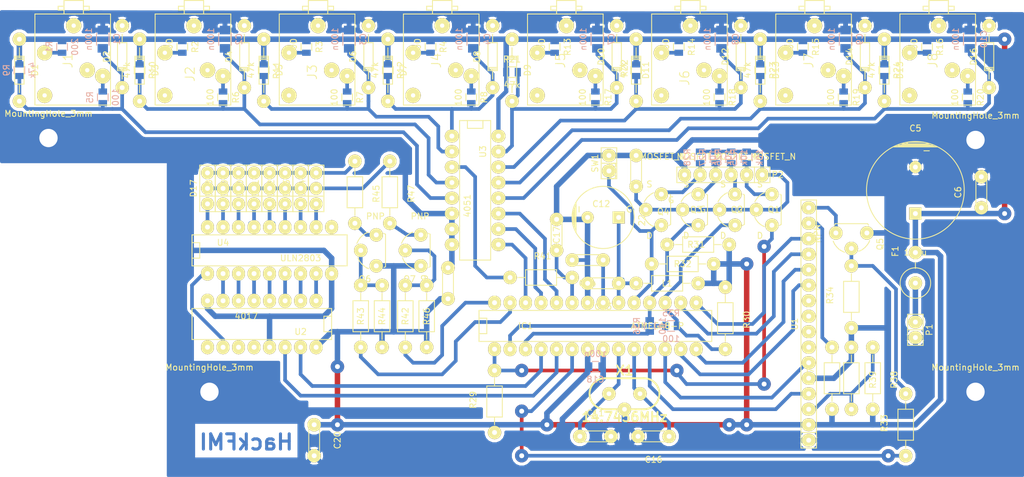
<source format=kicad_pcb>
(kicad_pcb (version 4) (host pcbnew "(2015-08-16 BZR 6097, Git b384c94)-product")
  (layers (0 F.Cu signal) (31 B.Cu signal) (34 B.Paste user) (35 F.Paste user) (36 B.SilkS user) (37 F.SilkS user) (38 B.Mask user) (39 F.Mask user) (44 Edge.Cuts user))
  (net 0 "")
  (net 1 /IN1)
  (net 2 GND)
  (net 3 /IN2)
  (net 4 /IN3)
  (net 5 /IN4)
  (net 6 VCC)
  (net 7 /IN5)
  (net 8 /IN6)
  (net 9 /IN7)
  (net 10 /IN8)
  (net 11 "Net-(C11-Pad1)")
  (net 12 "Net-(C12-Pad1)")
  (net 13 "Net-(C14-Pad1)")
  (net 14 +3.3VP)
  (net 15 "Net-(C16-Pad1)")
  (net 16 "Net-(C17-Pad1)")
  (net 17 "Net-(D17-Pad1)")
  (net 18 "Net-(D17-Pad2)")
  (net 19 "Net-(D17-Pad3)")
  (net 20 "Net-(F1-Pad1)")
  (net 21 /RX)
  (net 22 /TX)
  (net 23 /LED_A1)
  (net 24 /LED_A2)
  (net 25 /BACKLIGHT)
  (net 26 "Net-(IC1-Pad11)")
  (net 27 "Net-(IC1-Pad12)")
  (net 28 "Net-(IC1-Pad13)")
  (net 29 "Net-(IC1-Pad14)")
  (net 30 /RESET)
  (net 31 "Net-(IC1-Pad15)")
  (net 32 "Net-(IC1-Pad16)")
  (net 33 /MOSI)
  (net 34 /MISO)
  (net 35 /SCK)
  (net 36 "Net-(IC1-Pad24)")
  (net 37 "Net-(IC1-Pad25)")
  (net 38 "Net-(IC1-Pad26)")
  (net 39 /LED_CLK)
  (net 40 /LED_RESET)
  (net 41 "Net-(J1-Pad4)")
  (net 42 "Net-(J1-Pad3)")
  (net 43 "Net-(J2-Pad4)")
  (net 44 "Net-(J2-Pad3)")
  (net 45 "Net-(J3-Pad4)")
  (net 46 "Net-(J3-Pad3)")
  (net 47 "Net-(J4-Pad4)")
  (net 48 "Net-(J4-Pad3)")
  (net 49 "Net-(J5-Pad4)")
  (net 50 "Net-(J5-Pad3)")
  (net 51 "Net-(J6-Pad4)")
  (net 52 "Net-(J6-Pad3)")
  (net 53 "Net-(J7-Pad4)")
  (net 54 "Net-(J7-Pad3)")
  (net 55 "Net-(J8-Pad4)")
  (net 56 "Net-(J8-Pad3)")
  (net 57 "Net-(P2-Pad2)")
  (net 58 "Net-(P2-Pad3)")
  (net 59 "Net-(P2-Pad4)")
  (net 60 "Net-(P2-Pad5)")
  (net 61 "Net-(Q5-Pad2)")
  (net 62 "Net-(R37-Pad2)")
  (net 63 "Net-(R38-Pad1)")
  (net 64 "Net-(R41-Pad1)")
  (net 65 "Net-(Q7-Pad2)")
  (net 66 "Net-(Q6-Pad2)")
  (net 67 "Net-(Q6-Pad3)")
  (net 68 "Net-(Q7-Pad3)")
  (net 69 "Net-(Q5-Pad3)")
  (net 70 /L1)
  (net 71 /L2)
  (net 72 /L3)
  (net 73 /L4)
  (net 74 /L5)
  (net 75 /L6)
  (net 76 /L7)
  (net 77 /L8)
  (net 78 "Net-(D18-Pad1)")
  (net 79 "Net-(D19-Pad1)")
  (net 80 "Net-(D20-Pad1)")
  (net 81 "Net-(D21-Pad1)")
  (net 82 "Net-(D22-Pad1)")
  (net 83 "Net-(D23-Pad1)")
  (net 84 "Net-(D24-Pad1)")
  (module Capacitors_ThroughHole:Capacitor16x25RM7.5 (layer F.Cu) (at 215.9 93.98)
    (fp_text reference C5 (at 0 -10.16) (layer F.SilkS))
    (fp_text value 100u (at 0 10.16) (layer F.SilkS))
    (pad 1 thru_hole rect (at 0 3.81) (size 1.99898 1.99898) (drill 0.8001) (layers *.Cu *.Mask F.SilkS) (net 6 VCC))
    (pad 2 thru_hole circle (at 0 -3.81) (size 1.99898 1.99898) (drill 0.8001) (layers *.Cu *.Mask F.SilkS) (net 2 GND))
  )
  (module Capacitors_ThroughHole:Capacitor6MMDiscRM5 (layer F.Cu) (at 226.695 94.2975 90)
    (fp_text reference C6 (at 0 -3.81 90) (layer F.SilkS))
    (fp_text value 100n hide)
    (pad 1 thru_hole circle (at -2.54 0 90) (size 2.2 2.2) (drill 0.8001) (layers *.Cu *.Mask F.SilkS) (net 6 VCC))
    (pad 2 thru_hole circle (at 2.54 0 90) (size 2.2 2.2) (drill 0.8001) (layers *.Cu *.Mask F.SilkS) (net 2 GND))
  )
  (module Capacitors_ThroughHole:Capacitor6MMDiscRM5 (layer F.Cu) (at 163.5125 134.3025)
    (fp_text reference C11 (at 0 -3.81) (layer F.SilkS))
    (fp_text value 22p hide)
    (pad 1 thru_hole circle (at -2.54 0) (size 2.2 2.2) (drill 0.8001) (layers *.Cu *.Mask F.SilkS) (net 11 "Net-(C11-Pad1)"))
    (pad 2 thru_hole circle (at 2.54 0) (size 2.2 2.2) (drill 0.8001) (layers *.Cu *.Mask F.SilkS) (net 2 GND))
  )
  (module Capacitors_ThroughHole:Capacitor10x16RM5 (layer F.Cu) (at 164.7825 98.425 90)
    (fp_text reference C12 (at 2.2225 -0.3175 180) (layer F.SilkS))
    (fp_text value 22u (at 0 6.35 90) (layer F.SilkS))
    (pad 1 thru_hole rect (at 0 2.54 90) (size 1.99898 1.99898) (drill 0.8001) (layers *.Cu *.Mask F.SilkS) (net 12 "Net-(C12-Pad1)"))
    (pad 2 thru_hole circle (at 0 -2.54 90) (size 1.99898 1.99898) (drill 0.8001) (layers *.Cu *.Mask F.SilkS) (net 2 GND))
  )
  (module Capacitors_ThroughHole:Capacitor6MMDiscRM5 (layer F.Cu) (at 164.7825 109.22 180)
    (fp_text reference C13 (at 0 -3.81 180) (layer F.SilkS))
    (fp_text value 100n hide)
    (pad 1 thru_hole circle (at -2.54 0 180) (size 2.2 2.2) (drill 0.8001) (layers *.Cu *.Mask F.SilkS) (net 12 "Net-(C12-Pad1)"))
    (pad 2 thru_hole circle (at 2.54 0 180) (size 2.2 2.2) (drill 0.8001) (layers *.Cu *.Mask F.SilkS) (net 2 GND))
  )
  (module Capacitors_ThroughHole:Capacitor6MMDiscRM5 (layer F.Cu) (at 162.2425 105.41 180)
    (fp_text reference C14 (at 0 -3.81 180) (layer F.SilkS))
    (fp_text value 100n hide)
    (pad 1 thru_hole circle (at -2.54 0 180) (size 2.2 2.2) (drill 0.8001) (layers *.Cu *.Mask F.SilkS) (net 13 "Net-(C14-Pad1)"))
    (pad 2 thru_hole circle (at 2.54 0 180) (size 2.2 2.2) (drill 0.8001) (layers *.Cu *.Mask F.SilkS) (net 2 GND))
  )
  (module Capacitors_ThroughHole:Capacitor6MMDiscRM5 (layer F.Cu) (at 170.18 90.805 90)
    (fp_text reference C15 (at 0 -3.81 90) (layer F.SilkS))
    (fp_text value 100n hide)
    (pad 1 thru_hole circle (at -2.54 0 90) (size 2.2 2.2) (drill 0.8001) (layers *.Cu *.Mask F.SilkS) (net 14 +3.3VP))
    (pad 2 thru_hole circle (at 2.54 0 90) (size 2.2 2.2) (drill 0.8001) (layers *.Cu *.Mask F.SilkS) (net 2 GND))
  )
  (module Capacitors_ThroughHole:Capacitor6MMDiscRM5 (layer F.Cu) (at 173.0375 134.3025 180)
    (fp_text reference C16 (at 0 -3.81 180) (layer F.SilkS))
    (fp_text value 22p hide)
    (pad 1 thru_hole circle (at -2.54 0 180) (size 2.2 2.2) (drill 0.8001) (layers *.Cu *.Mask F.SilkS) (net 15 "Net-(C16-Pad1)"))
    (pad 2 thru_hole circle (at 2.54 0 180) (size 2.2 2.2) (drill 0.8001) (layers *.Cu *.Mask F.SilkS) (net 2 GND))
  )
  (module Capacitors_ThroughHole:Capacitor6MMDiscRM5 (layer F.Cu) (at 157.1625 101.2825 90)
    (fp_text reference C17 (at 0 0 90) (layer F.SilkS))
    (fp_text value 100n hide)
    (pad 1 thru_hole circle (at -2.54 0 90) (size 2.2 2.2) (drill 0.8001) (layers *.Cu *.Mask F.SilkS) (net 16 "Net-(C17-Pad1)"))
    (pad 2 thru_hole circle (at 2.54 0 90) (size 2.2 2.2) (drill 0.8001) (layers *.Cu *.Mask F.SilkS) (net 2 GND))
  )
  (module Pin_Headers:Pin_Header_Straight_1x03 (layer F.Cu) (at 100.0125 93.6625 90)
    (fp_text reference D17 (at 0 -2.286 90) (layer F.SilkS))
    (fp_text value BI_LED2 hide)
    (pad 1 thru_hole oval (at -2.54 0 90) (size 2.1 2.1) (drill 0.8) (layers *.Cu *.Mask F.SilkS) (net 17 "Net-(D17-Pad1)"))
    (pad 2 thru_hole oval (at 0 0 90) (size 2.1 2.1) (drill 0.8) (layers *.Cu *.Mask F.SilkS) (net 18 "Net-(D17-Pad2)"))
    (pad 3 thru_hole oval (at 2.54 0 90) (size 2.1 2.1) (drill 0.8) (layers *.Cu *.Mask F.SilkS) (net 19 "Net-(D17-Pad3)"))
  )
  (module Pin_Headers:Pin_Header_Straight_1x03 (layer F.Cu) (at 102.5525 93.6625 90)
    (fp_text reference D18 (at 0 -2.286 90) (layer F.SilkS))
    (fp_text value BI_LED2 hide)
    (pad 1 thru_hole oval (at -2.54 0 90) (size 2.1 2.1) (drill 0.8) (layers *.Cu *.Mask F.SilkS) (net 78 "Net-(D18-Pad1)"))
    (pad 2 thru_hole oval (at 0 0 90) (size 2.1 2.1) (drill 0.8) (layers *.Cu *.Mask F.SilkS) (net 18 "Net-(D17-Pad2)"))
    (pad 3 thru_hole oval (at 2.54 0 90) (size 2.1 2.1) (drill 0.8) (layers *.Cu *.Mask F.SilkS) (net 19 "Net-(D17-Pad3)"))
  )
  (module Pin_Headers:Pin_Header_Straight_1x03 (layer F.Cu) (at 105.0925 93.6625 90)
    (fp_text reference D19 (at 0 -2.286 90) (layer F.SilkS))
    (fp_text value BI_LED2 hide)
    (pad 1 thru_hole oval (at -2.54 0 90) (size 2.1 2.1) (drill 0.8) (layers *.Cu *.Mask F.SilkS) (net 79 "Net-(D19-Pad1)"))
    (pad 2 thru_hole oval (at 0 0 90) (size 2.1 2.1) (drill 0.8) (layers *.Cu *.Mask F.SilkS) (net 18 "Net-(D17-Pad2)"))
    (pad 3 thru_hole oval (at 2.54 0 90) (size 2.1 2.1) (drill 0.8) (layers *.Cu *.Mask F.SilkS) (net 19 "Net-(D17-Pad3)"))
  )
  (module Pin_Headers:Pin_Header_Straight_1x03 (layer F.Cu) (at 107.6325 93.6625 90)
    (fp_text reference D20 (at 0 -2.286 90) (layer F.SilkS))
    (fp_text value BI_LED2 hide)
    (pad 1 thru_hole oval (at -2.54 0 90) (size 2.1 2.1) (drill 0.8) (layers *.Cu *.Mask F.SilkS) (net 80 "Net-(D20-Pad1)"))
    (pad 2 thru_hole oval (at 0 0 90) (size 2.1 2.1) (drill 0.8) (layers *.Cu *.Mask F.SilkS) (net 18 "Net-(D17-Pad2)"))
    (pad 3 thru_hole oval (at 2.54 0 90) (size 2.1 2.1) (drill 0.8) (layers *.Cu *.Mask F.SilkS) (net 19 "Net-(D17-Pad3)"))
  )
  (module Pin_Headers:Pin_Header_Straight_1x03 (layer F.Cu) (at 110.1725 93.6625 90)
    (fp_text reference D21 (at 0 -2.286 90) (layer F.SilkS))
    (fp_text value BI_LED2 hide)
    (pad 1 thru_hole oval (at -2.54 0 90) (size 2.1 2.1) (drill 0.8) (layers *.Cu *.Mask F.SilkS) (net 81 "Net-(D21-Pad1)"))
    (pad 2 thru_hole oval (at 0 0 90) (size 2.1 2.1) (drill 0.8) (layers *.Cu *.Mask F.SilkS) (net 18 "Net-(D17-Pad2)"))
    (pad 3 thru_hole oval (at 2.54 0 90) (size 2.1 2.1) (drill 0.8) (layers *.Cu *.Mask F.SilkS) (net 19 "Net-(D17-Pad3)"))
  )
  (module Pin_Headers:Pin_Header_Straight_1x03 (layer F.Cu) (at 112.7125 93.6625 90)
    (fp_text reference D22 (at 0 -2.286 90) (layer F.SilkS))
    (fp_text value BI_LED2 hide)
    (pad 1 thru_hole oval (at -2.54 0 90) (size 2.1 2.1) (drill 0.8) (layers *.Cu *.Mask F.SilkS) (net 82 "Net-(D22-Pad1)"))
    (pad 2 thru_hole oval (at 0 0 90) (size 2.1 2.1) (drill 0.8) (layers *.Cu *.Mask F.SilkS) (net 18 "Net-(D17-Pad2)"))
    (pad 3 thru_hole oval (at 2.54 0 90) (size 2.1 2.1) (drill 0.8) (layers *.Cu *.Mask F.SilkS) (net 19 "Net-(D17-Pad3)"))
  )
  (module Pin_Headers:Pin_Header_Straight_1x03 (layer F.Cu) (at 115.2525 93.6625 90)
    (fp_text reference D23 (at 0 -2.286 90) (layer F.SilkS))
    (fp_text value BI_LED2 hide)
    (pad 1 thru_hole oval (at -2.54 0 90) (size 2.1 2.1) (drill 0.8) (layers *.Cu *.Mask F.SilkS) (net 83 "Net-(D23-Pad1)"))
    (pad 2 thru_hole oval (at 0 0 90) (size 2.1 2.1) (drill 0.8) (layers *.Cu *.Mask F.SilkS) (net 18 "Net-(D17-Pad2)"))
    (pad 3 thru_hole oval (at 2.54 0 90) (size 2.1 2.1) (drill 0.8) (layers *.Cu *.Mask F.SilkS) (net 19 "Net-(D17-Pad3)"))
  )
  (module Pin_Headers:Pin_Header_Straight_1x03 (layer F.Cu) (at 117.7925 93.6625 90)
    (fp_text reference D24 (at 0 -2.286 90) (layer F.SilkS))
    (fp_text value BI_LED2 hide)
    (pad 1 thru_hole oval (at -2.54 0 90) (size 2.1 2.1) (drill 0.8) (layers *.Cu *.Mask F.SilkS) (net 84 "Net-(D24-Pad1)"))
    (pad 2 thru_hole oval (at 0 0 90) (size 2.1 2.1) (drill 0.8) (layers *.Cu *.Mask F.SilkS) (net 18 "Net-(D17-Pad2)"))
    (pad 3 thru_hole oval (at 2.54 0 90) (size 2.1 2.1) (drill 0.8) (layers *.Cu *.Mask F.SilkS) (net 19 "Net-(D17-Pad3)"))
  )
  (module Resistors_ThroughHole:Resistor_Vertical_RM5mm (layer F.Cu) (at 215.9 106.68 90)
    (fp_text reference F1 (at 2.70002 -3.29946 90) (layer F.SilkS))
    (fp_text value 700mA hide)
    (pad 1 thru_hole circle (at -2.49936 0 90) (size 2.2 2.2) (drill 0.8128) (layers *.Cu *.Mask F.SilkS) (net 20 "Net-(F1-Pad1)"))
    (pad 2 thru_hole circle (at 2.5019 0 90) (size 2.2 2.2) (drill 0.8128) (layers *.Cu *.Mask F.SilkS) (net 6 VCC))
  )
  (module Sockets_DIP:DIP-28__300 (layer F.Cu) (at 163.5125 116.205)
    (fp_text reference IC1 (at -11.43 0) (layer F.SilkS))
    (fp_text value ATMEGA8-P (at 10.16 0) (layer F.SilkS))
    (pad 2 thru_hole oval (at -13.97 3.81) (size 2.1 2.3) (drill 0.8) (layers *.Cu *.Mask F.SilkS) (net 21 /RX))
    (pad 3 thru_hole oval (at -11.43 3.81) (size 2.1 2.3) (drill 0.8) (layers *.Cu *.Mask F.SilkS) (net 22 /TX))
    (pad 4 thru_hole oval (at -8.89 3.81) (size 2.1 2.3) (drill 0.8) (layers *.Cu *.Mask F.SilkS) (net 40 /LED_RESET))
    (pad 5 thru_hole oval (at -6.35 3.81) (size 2.1 2.3) (drill 0.8) (layers *.Cu *.Mask F.SilkS) (net 39 /LED_CLK))
    (pad 6 thru_hole oval (at -3.81 3.81) (size 2.1 2.3) (drill 0.8) (layers *.Cu *.Mask F.SilkS) (net 25 /BACKLIGHT))
    (pad 7 thru_hole oval (at -1.27 3.81) (size 2.1 2.3) (drill 0.8) (layers *.Cu *.Mask F.SilkS) (net 6 VCC))
    (pad 8 thru_hole oval (at 1.27 3.81) (size 2.1 2.3) (drill 0.8) (layers *.Cu *.Mask F.SilkS) (net 2 GND))
    (pad 9 thru_hole oval (at 3.81 3.81) (size 2.1 2.3) (drill 0.8) (layers *.Cu *.Mask F.SilkS) (net 11 "Net-(C11-Pad1)"))
    (pad 10 thru_hole oval (at 6.35 3.81) (size 2.1 2.3) (drill 0.8) (layers *.Cu *.Mask F.SilkS) (net 15 "Net-(C16-Pad1)"))
    (pad 11 thru_hole oval (at 8.89 3.81) (size 2.1 2.3) (drill 0.8) (layers *.Cu *.Mask F.SilkS) (net 26 "Net-(IC1-Pad11)"))
    (pad 12 thru_hole oval (at 11.43 3.81) (size 2.1 2.3) (drill 0.8) (layers *.Cu *.Mask F.SilkS) (net 27 "Net-(IC1-Pad12)"))
    (pad 13 thru_hole oval (at 13.97 3.81) (size 2.1 2.3) (drill 0.8) (layers *.Cu *.Mask F.SilkS) (net 28 "Net-(IC1-Pad13)"))
    (pad 14 thru_hole oval (at 16.51 3.81) (size 2.1 2.3) (drill 0.8) (layers *.Cu *.Mask F.SilkS) (net 29 "Net-(IC1-Pad14)"))
    (pad 1 thru_hole oval (at -16.51 3.81) (size 2.1 2.3) (drill 0.8) (layers *.Cu *.Mask F.SilkS) (net 30 /RESET))
    (pad 15 thru_hole oval (at 16.51 -3.81) (size 2.1 2.3) (drill 0.8) (layers *.Cu *.Mask F.SilkS) (net 31 "Net-(IC1-Pad15)"))
    (pad 16 thru_hole oval (at 13.97 -3.81) (size 2.1 2.3) (drill 0.8) (layers *.Cu *.Mask F.SilkS) (net 32 "Net-(IC1-Pad16)"))
    (pad 17 thru_hole oval (at 11.43 -3.81) (size 2.1 2.3) (drill 0.8) (layers *.Cu *.Mask F.SilkS) (net 33 /MOSI))
    (pad 18 thru_hole oval (at 8.89 -3.81) (size 2.1 2.3) (drill 0.8) (layers *.Cu *.Mask F.SilkS) (net 34 /MISO))
    (pad 19 thru_hole oval (at 6.35 -3.81) (size 2.1 2.3) (drill 0.8) (layers *.Cu *.Mask F.SilkS) (net 35 /SCK))
    (pad 20 thru_hole oval (at 3.81 -3.81) (size 2.1 2.3) (drill 0.8) (layers *.Cu *.Mask F.SilkS) (net 12 "Net-(C12-Pad1)"))
    (pad 21 thru_hole oval (at 1.27 -3.81) (size 2.1 2.3) (drill 0.8) (layers *.Cu *.Mask F.SilkS) (net 13 "Net-(C14-Pad1)"))
    (pad 22 thru_hole oval (at -1.27 -3.81) (size 2.1 2.3) (drill 0.8) (layers *.Cu *.Mask F.SilkS) (net 2 GND))
    (pad 23 thru_hole oval (at -3.81 -3.81) (size 2.1 2.3) (drill 0.8) (layers *.Cu *.Mask F.SilkS) (net 16 "Net-(C17-Pad1)"))
    (pad 24 thru_hole oval (at -6.35 -3.81) (size 2.1 2.3) (drill 0.8) (layers *.Cu *.Mask F.SilkS) (net 36 "Net-(IC1-Pad24)"))
    (pad 25 thru_hole oval (at -8.89 -3.81) (size 2.1 2.3) (drill 0.8) (layers *.Cu *.Mask F.SilkS) (net 37 "Net-(IC1-Pad25)"))
    (pad 26 thru_hole oval (at -11.43 -3.81) (size 2.1 2.3) (drill 0.8) (layers *.Cu *.Mask F.SilkS) (net 38 "Net-(IC1-Pad26)"))
    (pad 27 thru_hole oval (at -13.97 -3.81) (size 2.1 2.3) (drill 0.8) (layers *.Cu *.Mask F.SilkS) (net 24 /LED_A2))
    (pad 28 thru_hole oval (at -16.51 -3.81) (size 2.1 2.3) (drill 0.8) (layers *.Cu *.Mask F.SilkS) (net 23 /LED_A1))
  )
  (module jacks:JACK_STEREO (layer F.Cu) (at 78.105 72.7075 90)
    (fp_text reference J1 (at 0 -0.9525 90) (layer F.SilkS) (effects (font (size 1.5 1.5))))
    (fp_text value CABLE)
    (pad 2 thru_hole circle (at -5.715 -4.7625 90) (size 2.5 2.5) (drill 0.7) (layers *.Cu *.Mask F.SilkS))
    (pad 1 thru_hole circle (at 5.715 0 90) (size 2.5 2.5) (drill 0.7) (layers *.Cu *.Mask F.SilkS) (net 2 GND))
    (pad 4 thru_hole circle (at -2.54 4.7625 90) (size 2.5 2.5) (drill 0.7) (layers *.Cu *.Mask F.SilkS) (net 41 "Net-(J1-Pad4)"))
    (pad 5 thru_hole circle (at -1.5875 2.2225 90) (size 2.5 2.5) (drill 0.7) (layers *.Cu *.Mask F.SilkS))
    (pad 3 thru_hole circle (at 1.27 -4.7625 90) (size 2.5 2.5) (drill 0.7) (layers *.Cu *.Mask F.SilkS) (net 42 "Net-(J1-Pad3)"))
  )
  (module jacks:JACK_STEREO (layer F.Cu) (at 97.79 72.7075 90)
    (fp_text reference J2 (at -2.2225 -0.635 90) (layer F.SilkS) (effects (font (size 1.5 1.5))))
    (fp_text value CABLE)
    (pad 2 thru_hole circle (at -5.715 -4.7625 90) (size 2.5 2.5) (drill 0.7) (layers *.Cu *.Mask F.SilkS))
    (pad 1 thru_hole circle (at 5.715 0 90) (size 2.5 2.5) (drill 0.7) (layers *.Cu *.Mask F.SilkS) (net 2 GND))
    (pad 4 thru_hole circle (at -2.54 4.7625 90) (size 2.5 2.5) (drill 0.7) (layers *.Cu *.Mask F.SilkS) (net 43 "Net-(J2-Pad4)"))
    (pad 5 thru_hole circle (at -1.5875 2.2225 90) (size 2.5 2.5) (drill 0.7) (layers *.Cu *.Mask F.SilkS))
    (pad 3 thru_hole circle (at 1.27 -4.7625 90) (size 2.5 2.5) (drill 0.7) (layers *.Cu *.Mask F.SilkS) (net 44 "Net-(J2-Pad3)"))
  )
  (module jacks:JACK_STEREO (layer F.Cu) (at 118.11 72.7075 90)
    (fp_text reference J3 (at -1.905 -0.9525 90) (layer F.SilkS) (effects (font (size 1.5 1.5))))
    (fp_text value CABLE)
    (pad 2 thru_hole circle (at -5.715 -4.7625 90) (size 2.5 2.5) (drill 0.7) (layers *.Cu *.Mask F.SilkS))
    (pad 1 thru_hole circle (at 5.715 0 90) (size 2.5 2.5) (drill 0.7) (layers *.Cu *.Mask F.SilkS) (net 2 GND))
    (pad 4 thru_hole circle (at -2.54 4.7625 90) (size 2.5 2.5) (drill 0.7) (layers *.Cu *.Mask F.SilkS) (net 45 "Net-(J3-Pad4)"))
    (pad 5 thru_hole circle (at -1.5875 2.2225 90) (size 2.5 2.5) (drill 0.7) (layers *.Cu *.Mask F.SilkS))
    (pad 3 thru_hole circle (at 1.27 -4.7625 90) (size 2.5 2.5) (drill 0.7) (layers *.Cu *.Mask F.SilkS) (net 46 "Net-(J3-Pad3)"))
  )
  (module jacks:JACK_STEREO (layer F.Cu) (at 138.43 72.7075 90)
    (fp_text reference J4 (at 0 -0.9525 90) (layer F.SilkS) (effects (font (size 1.5 1.5))))
    (fp_text value CABLE)
    (pad 2 thru_hole circle (at -5.715 -4.7625 90) (size 2.5 2.5) (drill 0.7) (layers *.Cu *.Mask F.SilkS))
    (pad 1 thru_hole circle (at 5.715 0 90) (size 2.5 2.5) (drill 0.7) (layers *.Cu *.Mask F.SilkS) (net 2 GND))
    (pad 4 thru_hole circle (at -2.54 4.7625 90) (size 2.5 2.5) (drill 0.7) (layers *.Cu *.Mask F.SilkS) (net 47 "Net-(J4-Pad4)"))
    (pad 5 thru_hole circle (at -1.5875 2.2225 90) (size 2.5 2.5) (drill 0.7) (layers *.Cu *.Mask F.SilkS))
    (pad 3 thru_hole circle (at 1.27 -4.7625 90) (size 2.5 2.5) (drill 0.7) (layers *.Cu *.Mask F.SilkS) (net 48 "Net-(J4-Pad3)"))
  )
  (module jacks:JACK_STEREO (layer F.Cu) (at 158.75 72.7075 90)
    (fp_text reference J5 (at 0 -0.9525 90) (layer F.SilkS) (effects (font (size 1.5 1.5))))
    (fp_text value CABLE)
    (pad 2 thru_hole circle (at -5.715 -4.7625 90) (size 2.5 2.5) (drill 0.7) (layers *.Cu *.Mask F.SilkS))
    (pad 1 thru_hole circle (at 5.715 0 90) (size 2.5 2.5) (drill 0.7) (layers *.Cu *.Mask F.SilkS) (net 2 GND))
    (pad 4 thru_hole circle (at -2.54 4.7625 90) (size 2.5 2.5) (drill 0.7) (layers *.Cu *.Mask F.SilkS) (net 49 "Net-(J5-Pad4)"))
    (pad 5 thru_hole circle (at -1.5875 2.2225 90) (size 2.5 2.5) (drill 0.7) (layers *.Cu *.Mask F.SilkS))
    (pad 3 thru_hole circle (at 1.27 -4.7625 90) (size 2.5 2.5) (drill 0.7) (layers *.Cu *.Mask F.SilkS) (net 50 "Net-(J5-Pad3)"))
  )
  (module jacks:JACK_STEREO (layer F.Cu) (at 179.07 72.7075 90)
    (fp_text reference J6 (at -2.8575 -0.9525 90) (layer F.SilkS) (effects (font (size 1.5 1.5))))
    (fp_text value CABLE)
    (pad 2 thru_hole circle (at -5.715 -4.7625 90) (size 2.5 2.5) (drill 0.7) (layers *.Cu *.Mask F.SilkS))
    (pad 1 thru_hole circle (at 5.715 0 90) (size 2.5 2.5) (drill 0.7) (layers *.Cu *.Mask F.SilkS) (net 2 GND))
    (pad 4 thru_hole circle (at -2.54 4.7625 90) (size 2.5 2.5) (drill 0.7) (layers *.Cu *.Mask F.SilkS) (net 51 "Net-(J6-Pad4)"))
    (pad 5 thru_hole circle (at -1.5875 2.2225 90) (size 2.5 2.5) (drill 0.7) (layers *.Cu *.Mask F.SilkS))
    (pad 3 thru_hole circle (at 1.27 -4.7625 90) (size 2.5 2.5) (drill 0.7) (layers *.Cu *.Mask F.SilkS) (net 52 "Net-(J6-Pad3)"))
  )
  (module jacks:JACK_STEREO (layer F.Cu) (at 199.39 72.7075 90)
    (fp_text reference J7 (at 0 -0.9525 90) (layer F.SilkS) (effects (font (size 1.5 1.5))))
    (fp_text value CABLE)
    (pad 2 thru_hole circle (at -5.715 -4.7625 90) (size 2.5 2.5) (drill 0.7) (layers *.Cu *.Mask F.SilkS))
    (pad 1 thru_hole circle (at 5.715 0 90) (size 2.5 2.5) (drill 0.7) (layers *.Cu *.Mask F.SilkS) (net 2 GND))
    (pad 4 thru_hole circle (at -2.54 4.7625 90) (size 2.5 2.5) (drill 0.7) (layers *.Cu *.Mask F.SilkS) (net 53 "Net-(J7-Pad4)"))
    (pad 5 thru_hole circle (at -1.5875 2.2225 90) (size 2.5 2.5) (drill 0.7) (layers *.Cu *.Mask F.SilkS))
    (pad 3 thru_hole circle (at 1.27 -4.7625 90) (size 2.5 2.5) (drill 0.7) (layers *.Cu *.Mask F.SilkS) (net 54 "Net-(J7-Pad3)"))
  )
  (module jacks:JACK_STEREO (layer F.Cu) (at 219.71 72.7075 90)
    (fp_text reference J8 (at 0 -0.9525 90) (layer F.SilkS) (effects (font (size 1.5 1.5))))
    (fp_text value CABLE)
    (pad 2 thru_hole circle (at -5.715 -4.7625 90) (size 2.5 2.5) (drill 0.7) (layers *.Cu *.Mask F.SilkS))
    (pad 1 thru_hole circle (at 5.715 0 90) (size 2.5 2.5) (drill 0.7) (layers *.Cu *.Mask F.SilkS) (net 2 GND))
    (pad 4 thru_hole circle (at -2.54 4.7625 90) (size 2.5 2.5) (drill 0.7) (layers *.Cu *.Mask F.SilkS) (net 55 "Net-(J8-Pad4)"))
    (pad 5 thru_hole circle (at -1.5875 2.2225 90) (size 2.5 2.5) (drill 0.7) (layers *.Cu *.Mask F.SilkS))
    (pad 3 thru_hole circle (at 1.27 -4.7625 90) (size 2.5 2.5) (drill 0.7) (layers *.Cu *.Mask F.SilkS) (net 56 "Net-(J8-Pad3)"))
  )
  (module Resistors_ThroughHole:Resistor_Horizontal_RM10mm (layer F.Cu) (at 175.26 109.22)
    (fp_text reference L1 (at 0 0) (layer F.SilkS))
    (fp_text value 470nH hide)
    (pad 1 thru_hole circle (at -5.08 0) (size 2.2 2.2) (drill 0.8001) (layers *.Cu *.Mask F.SilkS) (net 12 "Net-(C12-Pad1)"))
    (pad 2 thru_hole circle (at 5.08 0) (size 2.2 2.2) (drill 0.8001) (layers *.Cu *.Mask F.SilkS) (net 6 VCC))
  )
  (module Pin_Headers:Pin_Header_Straight_1x02 (layer F.Cu) (at 215.9 116.84 270)
    (fp_text reference P1 (at 0 -2.286 270) (layer F.SilkS))
    (fp_text value 5v hide)
    (pad 1 thru_hole oval (at -1.27 0 270) (size 2.1 2.3) (drill 0.8) (layers *.Cu *.Mask F.SilkS) (net 20 "Net-(F1-Pad1)"))
    (pad 2 thru_hole oval (at 1.27 0 270) (size 2.1 2.3) (drill 0.8) (layers *.Cu *.Mask F.SilkS) (net 2 GND))
  )
  (module Pin_Headers:Pin_Header_Straight_1x06 (layer F.Cu) (at 184.4675 91.44 180)
    (fp_text reference P2 (at -8.89 0 180) (layer F.SilkS))
    (fp_text value PI hide)
    (pad 1 thru_hole oval (at -6.35 0 180) (size 2.1 2.3) (drill 0.8) (layers *.Cu *.Mask F.SilkS) (net 14 +3.3VP))
    (pad 2 thru_hole oval (at -3.81 0 180) (size 2.1 2.3) (drill 0.8) (layers *.Cu *.Mask F.SilkS) (net 57 "Net-(P2-Pad2)"))
    (pad 3 thru_hole oval (at -1.27 0 180) (size 2.1 2.3) (drill 0.8) (layers *.Cu *.Mask F.SilkS) (net 58 "Net-(P2-Pad3)"))
    (pad 4 thru_hole oval (at 1.27 0 180) (size 2.1 2.3) (drill 0.8) (layers *.Cu *.Mask F.SilkS) (net 59 "Net-(P2-Pad4)"))
    (pad 5 thru_hole oval (at 3.81 0 180) (size 2.1 2.3) (drill 0.8) (layers *.Cu *.Mask F.SilkS) (net 60 "Net-(P2-Pad5)"))
    (pad 6 thru_hole oval (at 6.35 0 180) (size 2.1 2.3) (drill 0.8) (layers *.Cu *.Mask F.SilkS) (net 2 GND))
  )
  (module Housings_TO-92:TO-92-FET-molded-wide-oval-DGS (layer F.Cu) (at 192.405 97.155 180)
    (fp_text reference Q1 (at -0.3175 0 180) (layer F.SilkS))
    (fp_text value MOSFET_N (at -0.2159 8.6995 180) (layer F.SilkS))
    (fp_text user S (at 1.9558 4.1656 180) (layer F.SilkS))
    (fp_text user G (at 5.2705 0.0508 180) (layer F.SilkS))
    (fp_text user D (at 1.9558 -4.2545 180) (layer F.SilkS))
    (pad G thru_hole circle (at 2.54 0 180) (size 2.2 2.2) (drill 0.8128) (layers *.Cu *.Mask F.SilkS) (net 14 +3.3VP))
    (pad D thru_hole circle (at 0 -2.54 180) (size 2.2 2.2) (drill 0.8128) (layers *.Cu *.Mask F.SilkS) (net 30 /RESET))
    (pad S thru_hole circle (at 0 2.54 180) (size 2.2 2.2) (drill 0.8128) (layers *.Cu *.Mask F.SilkS) (net 57 "Net-(P2-Pad2)"))
  )
  (module Housings_TO-92:TO-92-FET-molded-wide-oval-DGS (layer F.Cu) (at 186.3725 97.155 180)
    (fp_text reference Q2 (at -0.3175 0 180) (layer F.SilkS))
    (fp_text value MOSFET_N (at -0.2159 8.6995 180) (layer F.SilkS))
    (fp_text user S (at 1.9558 4.1656 180) (layer F.SilkS))
    (fp_text user G (at 5.2705 0.0508 180) (layer F.SilkS))
    (fp_text user D (at 1.9558 -4.2545 180) (layer F.SilkS))
    (pad G thru_hole circle (at 2.54 0 180) (size 2.2 2.2) (drill 0.8128) (layers *.Cu *.Mask F.SilkS) (net 14 +3.3VP))
    (pad D thru_hole circle (at 0 -2.54 180) (size 2.2 2.2) (drill 0.8128) (layers *.Cu *.Mask F.SilkS) (net 33 /MOSI))
    (pad S thru_hole circle (at 0 2.54 180) (size 2.2 2.2) (drill 0.8128) (layers *.Cu *.Mask F.SilkS) (net 58 "Net-(P2-Pad3)"))
  )
  (module Housings_TO-92:TO-92-FET-molded-wide-oval-DGS (layer F.Cu) (at 180.34 97.155 180)
    (fp_text reference Q3 (at 0.3175 0 180) (layer F.SilkS))
    (fp_text value MOSFET_N (at -0.2159 8.6995 180) (layer F.SilkS))
    (fp_text user S (at 1.9558 4.1656 180) (layer F.SilkS))
    (fp_text user G (at 4.445 1.5875 180) (layer F.SilkS))
    (fp_text user D (at 1.9558 -4.2545 180) (layer F.SilkS))
    (pad G thru_hole circle (at 2.54 0 180) (size 2.2 2.2) (drill 0.8128) (layers *.Cu *.Mask F.SilkS) (net 14 +3.3VP))
    (pad D thru_hole circle (at 0 -2.54 180) (size 2.2 2.2) (drill 0.8128) (layers *.Cu *.Mask F.SilkS) (net 34 /MISO))
    (pad S thru_hole circle (at 0 2.54 180) (size 2.2 2.2) (drill 0.8128) (layers *.Cu *.Mask F.SilkS) (net 59 "Net-(P2-Pad4)"))
  )
  (module Housings_TO-92:TO-92-FET-molded-wide-oval-DGS (layer F.Cu) (at 174.3075 97.155 180)
    (fp_text reference Q4 (at -0.3175 -0.3175 180) (layer F.SilkS))
    (fp_text value MOSFET_N (at -0.2159 8.6995 180) (layer F.SilkS))
    (fp_text user S (at 1.9558 4.1656 180) (layer F.SilkS))
    (fp_text user G (at 5.2705 0.0508 180) (layer F.SilkS))
    (fp_text user D (at 1.9558 -4.2545 180) (layer F.SilkS))
    (pad G thru_hole circle (at 2.54 0 180) (size 2.2 2.2) (drill 0.8128) (layers *.Cu *.Mask F.SilkS) (net 14 +3.3VP))
    (pad D thru_hole circle (at 0 -2.54 180) (size 2.2 2.2) (drill 0.8128) (layers *.Cu *.Mask F.SilkS) (net 35 /SCK))
    (pad S thru_hole circle (at 0 2.54 180) (size 2.2 2.2) (drill 0.8128) (layers *.Cu *.Mask F.SilkS) (net 60 "Net-(P2-Pad5)"))
  )
  (module Resistors_ThroughHole:Resistor_Horizontal_RM10mm (layer F.Cu) (at 147.0025 128.5875 90)
    (fp_text reference R29 (at 0.24892 -3.50012 90) (layer F.SilkS))
    (fp_text value 10k hide)
    (pad 1 thru_hole circle (at -5.08 0 90) (size 2.2 2.2) (drill 0.8001) (layers *.Cu *.Mask F.SilkS) (net 6 VCC))
    (pad 2 thru_hole circle (at 5.08 0 90) (size 2.2 2.2) (drill 0.8001) (layers *.Cu *.Mask F.SilkS) (net 30 /RESET))
  )
  (module Resistors_ThroughHole:Resistor_Horizontal_RM10mm (layer F.Cu) (at 184.785 114.935 270)
    (fp_text reference R30 (at 0.24892 -3.50012 270) (layer F.SilkS))
    (fp_text value 10k hide)
    (pad 1 thru_hole circle (at -5.08 0 270) (size 2.2 2.2) (drill 0.8001) (layers *.Cu *.Mask F.SilkS) (net 6 VCC))
    (pad 2 thru_hole circle (at 5.08 0 270) (size 2.2 2.2) (drill 0.8001) (layers *.Cu *.Mask F.SilkS) (net 33 /MOSI))
  )
  (module Resistors_ThroughHole:Resistor_Horizontal_RM10mm (layer F.Cu) (at 180.34 102.87 180)
    (fp_text reference R31 (at 0.3175 0 180) (layer F.SilkS))
    (fp_text value 10k hide)
    (pad 1 thru_hole circle (at -5.08 0 180) (size 2.2 2.2) (drill 0.8001) (layers *.Cu *.Mask F.SilkS) (net 6 VCC))
    (pad 2 thru_hole circle (at 5.08 0 180) (size 2.2 2.2) (drill 0.8001) (layers *.Cu *.Mask F.SilkS) (net 34 /MISO))
  )
  (module Resistors_ThroughHole:Resistor_Horizontal_RM10mm (layer F.Cu) (at 177.8 106.045 180)
    (fp_text reference R32 (at 0 0 180) (layer F.SilkS))
    (fp_text value 10k hide)
    (pad 1 thru_hole circle (at -5.08 0 180) (size 2.2 2.2) (drill 0.8001) (layers *.Cu *.Mask F.SilkS) (net 6 VCC))
    (pad 2 thru_hole circle (at 5.08 0 180) (size 2.2 2.2) (drill 0.8001) (layers *.Cu *.Mask F.SilkS) (net 35 /SCK))
  )
  (module Resistors_ThroughHole:Resistor_Horizontal_RM10mm (layer F.Cu) (at 214.3125 132.3975 90)
    (fp_text reference R33 (at 0.24892 -3.50012 90) (layer F.SilkS))
    (fp_text value 2.2k hide)
    (pad 1 thru_hole circle (at -5.08 0 90) (size 2.2 2.2) (drill 0.8001) (layers *.Cu *.Mask F.SilkS) (net 25 /BACKLIGHT))
    (pad 2 thru_hole circle (at 5.08 0 90) (size 2.2 2.2) (drill 0.8001) (layers *.Cu *.Mask F.SilkS) (net 61 "Net-(Q5-Pad2)"))
  )
  (module Resistors_ThroughHole:Resistor_Horizontal_RM10mm (layer F.Cu) (at 205.4225 111.4425 90)
    (fp_text reference R34 (at 0.24892 -3.50012 90) (layer F.SilkS))
    (fp_text value 4.7k hide)
    (pad 1 thru_hole circle (at -5.08 0 90) (size 2.2 2.2) (drill 0.8001) (layers *.Cu *.Mask F.SilkS) (net 2 GND))
    (pad 2 thru_hole circle (at 5.08 0 90) (size 2.2 2.2) (drill 0.8001) (layers *.Cu *.Mask F.SilkS) (net 61 "Net-(Q5-Pad2)"))
  )
  (module Resistors_ThroughHole:Resistor_Horizontal_RM10mm (layer F.Cu) (at 202.2475 124.7775 90)
    (fp_text reference R37 (at 0.24892 -3.50012 90) (layer F.SilkS))
    (fp_text value 33 hide)
    (pad 1 thru_hole circle (at -5.08 0 90) (size 2.2 2.2) (drill 0.8001) (layers *.Cu *.Mask F.SilkS) (net 6 VCC))
    (pad 2 thru_hole circle (at 5.08 0 90) (size 2.2 2.2) (drill 0.8001) (layers *.Cu *.Mask F.SilkS) (net 62 "Net-(R37-Pad2)"))
  )
  (module Resistors_ThroughHole:Resistor_Horizontal_RM10mm (layer F.Cu) (at 208.915 124.7775 270)
    (fp_text reference R38 (at 0.24892 -3.50012 270) (layer F.SilkS))
    (fp_text value RC1 hide)
    (pad 1 thru_hole circle (at -5.08 0 270) (size 2.2 2.2) (drill 0.8001) (layers *.Cu *.Mask F.SilkS) (net 63 "Net-(R38-Pad1)"))
    (pad 2 thru_hole circle (at 5.08 0 270) (size 2.2 2.2) (drill 0.8001) (layers *.Cu *.Mask F.SilkS) (net 6 VCC))
  )
  (module Resistors_ThroughHole:Resistor_Horizontal_RM10mm (layer F.Cu) (at 205.4225 124.7775 270)
    (fp_text reference R39 (at 0.24892 -3.50012 270) (layer F.SilkS))
    (fp_text value RC2 hide)
    (pad 1 thru_hole circle (at -5.08 0 270) (size 2.2 2.2) (drill 0.8001) (layers *.Cu *.Mask F.SilkS) (net 2 GND))
    (pad 2 thru_hole circle (at 5.08 0 270) (size 2.2 2.2) (drill 0.8001) (layers *.Cu *.Mask F.SilkS) (net 63 "Net-(R38-Pad1)"))
  )
  (module Resistors_ThroughHole:Resistor_Horizontal_RM10mm (layer F.Cu) (at 154.6225 108.2675)
    (fp_text reference R41 (at 0.24892 -3.50012) (layer F.SilkS))
    (fp_text value 50 hide)
    (pad 1 thru_hole circle (at -5.08 0) (size 2.2 2.2) (drill 0.8001) (layers *.Cu *.Mask F.SilkS) (net 64 "Net-(R41-Pad1)"))
    (pad 2 thru_hole circle (at 5.08 0) (size 2.2 2.2) (drill 0.8001) (layers *.Cu *.Mask F.SilkS) (net 16 "Net-(C17-Pad1)"))
  )
  (module Resistors_ThroughHole:Resistor_Horizontal_RM10mm (layer F.Cu) (at 132.3975 114.6175 90)
    (fp_text reference R42 (at 0 0 90) (layer F.SilkS))
    (fp_text value 2.2k hide)
    (pad 1 thru_hole circle (at -5.08 0 90) (size 2.2 2.2) (drill 0.8001) (layers *.Cu *.Mask F.SilkS) (net 23 /LED_A1))
    (pad 2 thru_hole circle (at 5.08 0 90) (size 2.2 2.2) (drill 0.8001) (layers *.Cu *.Mask F.SilkS) (net 65 "Net-(Q7-Pad2)"))
  )
  (module Resistors_ThroughHole:Resistor_Horizontal_RM10mm (layer F.Cu) (at 125.095 114.6175 90)
    (fp_text reference R43 (at 0 0 90) (layer F.SilkS))
    (fp_text value 2.2k hide)
    (pad 1 thru_hole circle (at -5.08 0 90) (size 2.2 2.2) (drill 0.8001) (layers *.Cu *.Mask F.SilkS) (net 24 /LED_A2))
    (pad 2 thru_hole circle (at 5.08 0 90) (size 2.2 2.2) (drill 0.8001) (layers *.Cu *.Mask F.SilkS) (net 66 "Net-(Q6-Pad2)"))
  )
  (module Resistors_ThroughHole:Resistor_Horizontal_RM10mm (layer F.Cu) (at 128.5875 114.6175 270)
    (fp_text reference R44 (at 0 0 270) (layer F.SilkS))
    (fp_text value 4.7k hide)
    (pad 1 thru_hole circle (at -5.08 0 270) (size 2.2 2.2) (drill 0.8001) (layers *.Cu *.Mask F.SilkS) (net 66 "Net-(Q6-Pad2)"))
    (pad 2 thru_hole circle (at 5.08 0 270) (size 2.2 2.2) (drill 0.8001) (layers *.Cu *.Mask F.SilkS) (net 6 VCC))
  )
  (module Resistors_ThroughHole:Resistor_Horizontal_RM10mm (layer F.Cu) (at 124.1425 94.2975 270)
    (fp_text reference R45 (at 0.24892 -3.50012 270) (layer F.SilkS))
    (fp_text value 100 hide)
    (pad 1 thru_hole circle (at -5.08 0 270) (size 2.2 2.2) (drill 0.8001) (layers *.Cu *.Mask F.SilkS) (net 19 "Net-(D17-Pad3)"))
    (pad 2 thru_hole circle (at 5.08 0 270) (size 2.2 2.2) (drill 0.8001) (layers *.Cu *.Mask F.SilkS) (net 67 "Net-(Q6-Pad3)"))
  )
  (module Resistors_ThroughHole:Resistor_Horizontal_RM10mm (layer F.Cu) (at 135.89 114.6175 270)
    (fp_text reference R46 (at 0 0 270) (layer F.SilkS))
    (fp_text value 4.7k hide)
    (pad 1 thru_hole circle (at -5.08 0 270) (size 2.2 2.2) (drill 0.8001) (layers *.Cu *.Mask F.SilkS) (net 65 "Net-(Q7-Pad2)"))
    (pad 2 thru_hole circle (at 5.08 0 270) (size 2.2 2.2) (drill 0.8001) (layers *.Cu *.Mask F.SilkS) (net 6 VCC))
  )
  (module Resistors_ThroughHole:Resistor_Horizontal_RM10mm (layer F.Cu) (at 129.8575 94.2975 270)
    (fp_text reference R47 (at 0.24892 -3.50012 270) (layer F.SilkS))
    (fp_text value 100 hide)
    (pad 1 thru_hole circle (at -5.08 0 270) (size 2.2 2.2) (drill 0.8001) (layers *.Cu *.Mask F.SilkS) (net 18 "Net-(D17-Pad2)"))
    (pad 2 thru_hole circle (at 5.08 0 270) (size 2.2 2.2) (drill 0.8001) (layers *.Cu *.Mask F.SilkS) (net 68 "Net-(Q7-Pad3)"))
  )
  (module Pin_Headers:Pin_Header_Straight_1x02 (layer F.Cu) (at 165.735 89.535 90)
    (fp_text reference SW1 (at 0 -2.286 90) (layer F.SilkS))
    (fp_text value SW_PUSH hide)
    (pad 1 thru_hole oval (at -1.27 0 90) (size 2.1 2.3) (drill 0.8) (layers *.Cu *.Mask F.SilkS) (net 35 /SCK))
    (pad 2 thru_hole oval (at 1.27 0 90) (size 2.1 2.3) (drill 0.8) (layers *.Cu *.Mask F.SilkS) (net 2 GND))
  )
  (module Pin_Headers:Pin_Header_Straight_1x16 (layer F.Cu) (at 198.4375 115.8875 90)
    (fp_text reference U1 (at 0 -2.286 90) (layer F.SilkS))
    (fp_text value HD44780 hide)
    (pad 1 thru_hole oval (at -19.05 0 90) (size 2.1 2.3) (drill 0.8) (layers *.Cu *.Mask F.SilkS) (net 2 GND))
    (pad 2 thru_hole oval (at -16.51 0 90) (size 2.1 2.3) (drill 0.8) (layers *.Cu *.Mask F.SilkS) (net 6 VCC))
    (pad 3 thru_hole oval (at -13.97 0 90) (size 2.1 2.3) (drill 0.8) (layers *.Cu *.Mask F.SilkS) (net 63 "Net-(R38-Pad1)"))
    (pad 4 thru_hole oval (at -11.43 0 90) (size 2.1 2.3) (drill 0.8) (layers *.Cu *.Mask F.SilkS) (net 26 "Net-(IC1-Pad11)"))
    (pad 5 thru_hole oval (at -8.89 0 90) (size 2.1 2.3) (drill 0.8) (layers *.Cu *.Mask F.SilkS) (net 2 GND))
    (pad 6 thru_hole oval (at -6.35 0 90) (size 2.1 2.3) (drill 0.8) (layers *.Cu *.Mask F.SilkS) (net 27 "Net-(IC1-Pad12)"))
    (pad 7 thru_hole oval (at -3.81 0 90) (size 2.1 2.3) (drill 0.8) (layers *.Cu *.Mask F.SilkS))
    (pad 8 thru_hole oval (at -1.27 0 90) (size 2.1 2.3) (drill 0.8) (layers *.Cu *.Mask F.SilkS))
    (pad 9 thru_hole oval (at 1.27 0 90) (size 2.1 2.3) (drill 0.8) (layers *.Cu *.Mask F.SilkS))
    (pad 10 thru_hole oval (at 3.81 0 90) (size 2.1 2.3) (drill 0.8) (layers *.Cu *.Mask F.SilkS))
    (pad 11 thru_hole oval (at 6.35 0 90) (size 2.1 2.3) (drill 0.8) (layers *.Cu *.Mask F.SilkS) (net 28 "Net-(IC1-Pad13)"))
    (pad 12 thru_hole oval (at 8.89 0 90) (size 2.1 2.3) (drill 0.8) (layers *.Cu *.Mask F.SilkS) (net 29 "Net-(IC1-Pad14)"))
    (pad 13 thru_hole oval (at 11.43 0 90) (size 2.1 2.3) (drill 0.8) (layers *.Cu *.Mask F.SilkS) (net 32 "Net-(IC1-Pad16)"))
    (pad 14 thru_hole oval (at 13.97 0 90) (size 2.1 2.3) (drill 0.8) (layers *.Cu *.Mask F.SilkS) (net 31 "Net-(IC1-Pad15)"))
    (pad 15 thru_hole oval (at 16.51 0 90) (size 2.1 2.3) (drill 0.8) (layers *.Cu *.Mask F.SilkS) (net 62 "Net-(R37-Pad2)"))
    (pad 16 thru_hole oval (at 19.05 0 90) (size 2.1 2.3) (drill 0.8) (layers *.Cu *.Mask F.SilkS) (net 69 "Net-(Q5-Pad3)"))
  )
  (module Sockets_DIP:DIP-16__300 (layer F.Cu) (at 108.9025 115.8875 180)
    (fp_text reference U2 (at -6.35 -1.27 180) (layer F.SilkS))
    (fp_text value 4017 (at 2.54 1.27 180) (layer F.SilkS))
    (pad 1 thru_hole oval (at -8.89 3.81 180) (size 2.1 2.3) (drill 0.8) (layers *.Cu *.Mask F.SilkS) (net 70 /L1))
    (pad 2 thru_hole oval (at -6.35 3.81 180) (size 2.1 2.3) (drill 0.8) (layers *.Cu *.Mask F.SilkS) (net 71 /L2))
    (pad 3 thru_hole oval (at -3.81 3.81 180) (size 2.1 2.3) (drill 0.8) (layers *.Cu *.Mask F.SilkS) (net 72 /L3))
    (pad 4 thru_hole oval (at -1.27 3.81 180) (size 2.1 2.3) (drill 0.8) (layers *.Cu *.Mask F.SilkS) (net 73 /L4))
    (pad 5 thru_hole oval (at 1.27 3.81 180) (size 2.1 2.3) (drill 0.8) (layers *.Cu *.Mask F.SilkS) (net 74 /L5))
    (pad 6 thru_hole oval (at 3.81 3.81 180) (size 2.1 2.3) (drill 0.8) (layers *.Cu *.Mask F.SilkS) (net 75 /L6))
    (pad 7 thru_hole oval (at 6.35 3.81 180) (size 2.1 2.3) (drill 0.8) (layers *.Cu *.Mask F.SilkS) (net 76 /L7))
    (pad 8 thru_hole oval (at 8.89 3.81 180) (size 2.1 2.3) (drill 0.8) (layers *.Cu *.Mask F.SilkS) (net 2 GND))
    (pad 9 thru_hole oval (at 8.89 -3.81 180) (size 2.1 2.3) (drill 0.8) (layers *.Cu *.Mask F.SilkS))
    (pad 10 thru_hole oval (at 6.35 -3.81 180) (size 2.1 2.3) (drill 0.8) (layers *.Cu *.Mask F.SilkS) (net 77 /L8))
    (pad 11 thru_hole oval (at 3.81 -3.81 180) (size 2.1 2.3) (drill 0.8) (layers *.Cu *.Mask F.SilkS))
    (pad 12 thru_hole oval (at 1.27 -3.81 180) (size 2.1 2.3) (drill 0.8) (layers *.Cu *.Mask F.SilkS))
    (pad 13 thru_hole oval (at -1.27 -3.81 180) (size 2.1 2.3) (drill 0.8) (layers *.Cu *.Mask F.SilkS) (net 2 GND))
    (pad 14 thru_hole oval (at -3.81 -3.81 180) (size 2.1 2.3) (drill 0.8) (layers *.Cu *.Mask F.SilkS) (net 39 /LED_CLK))
    (pad 15 thru_hole oval (at -6.35 -3.81 180) (size 2.1 2.3) (drill 0.8) (layers *.Cu *.Mask F.SilkS) (net 40 /LED_RESET))
    (pad 16 thru_hole oval (at -8.89 -3.81 180) (size 2.1 2.3) (drill 0.8) (layers *.Cu *.Mask F.SilkS) (net 6 VCC))
  )
  (module Sockets_DIP:DIP-16__300 (layer F.Cu) (at 143.8275 93.98 270)
    (fp_text reference U3 (at -6.35 -1.27 270) (layer F.SilkS))
    (fp_text value 4051 (at 2.54 1.27 270) (layer F.SilkS))
    (pad 1 thru_hole oval (at -8.89 3.81 270) (size 2.1 2.3) (drill 0.8) (layers *.Cu *.Mask F.SilkS) (net 5 /IN4))
    (pad 2 thru_hole oval (at -6.35 3.81 270) (size 2.1 2.3) (drill 0.8) (layers *.Cu *.Mask F.SilkS) (net 4 /IN3))
    (pad 3 thru_hole oval (at -3.81 3.81 270) (size 2.1 2.3) (drill 0.8) (layers *.Cu *.Mask F.SilkS) (net 64 "Net-(R41-Pad1)"))
    (pad 4 thru_hole oval (at -1.27 3.81 270) (size 2.1 2.3) (drill 0.8) (layers *.Cu *.Mask F.SilkS) (net 3 /IN2))
    (pad 5 thru_hole oval (at 1.27 3.81 270) (size 2.1 2.3) (drill 0.8) (layers *.Cu *.Mask F.SilkS) (net 1 /IN1))
    (pad 6 thru_hole oval (at 3.81 3.81 270) (size 2.1 2.3) (drill 0.8) (layers *.Cu *.Mask F.SilkS) (net 2 GND))
    (pad 7 thru_hole oval (at 6.35 3.81 270) (size 2.1 2.3) (drill 0.8) (layers *.Cu *.Mask F.SilkS) (net 2 GND))
    (pad 8 thru_hole oval (at 8.89 3.81 270) (size 2.1 2.3) (drill 0.8) (layers *.Cu *.Mask F.SilkS) (net 2 GND))
    (pad 9 thru_hole oval (at 8.89 -3.81 270) (size 2.1 2.3) (drill 0.8) (layers *.Cu *.Mask F.SilkS) (net 38 "Net-(IC1-Pad26)"))
    (pad 10 thru_hole oval (at 6.35 -3.81 270) (size 2.1 2.3) (drill 0.8) (layers *.Cu *.Mask F.SilkS) (net 37 "Net-(IC1-Pad25)"))
    (pad 11 thru_hole oval (at 3.81 -3.81 270) (size 2.1 2.3) (drill 0.8) (layers *.Cu *.Mask F.SilkS) (net 36 "Net-(IC1-Pad24)"))
    (pad 12 thru_hole oval (at 1.27 -3.81 270) (size 2.1 2.3) (drill 0.8) (layers *.Cu *.Mask F.SilkS) (net 10 /IN8))
    (pad 13 thru_hole oval (at -1.27 -3.81 270) (size 2.1 2.3) (drill 0.8) (layers *.Cu *.Mask F.SilkS) (net 9 /IN7))
    (pad 14 thru_hole oval (at -3.81 -3.81 270) (size 2.1 2.3) (drill 0.8) (layers *.Cu *.Mask F.SilkS) (net 8 /IN6))
    (pad 15 thru_hole oval (at -6.35 -3.81 270) (size 2.1 2.3) (drill 0.8) (layers *.Cu *.Mask F.SilkS) (net 7 /IN5))
    (pad 16 thru_hole oval (at -8.89 -3.81 270) (size 2.1 2.3) (drill 0.8) (layers *.Cu *.Mask F.SilkS) (net 6 VCC))
  )
  (module Sockets_DIP:DIP-18__300 (layer F.Cu) (at 110.1725 103.8225)
    (fp_text reference U4 (at -7.62 -1.27) (layer F.SilkS))
    (fp_text value ULN2803 (at 5.08 1.27) (layer F.SilkS))
    (pad 1 thru_hole oval (at -10.16 3.81) (size 2.1 2.3) (drill 0.8) (layers *.Cu *.Mask F.SilkS) (net 77 /L8))
    (pad 2 thru_hole oval (at -7.62 3.81) (size 2.1 2.3) (drill 0.8) (layers *.Cu *.Mask F.SilkS) (net 76 /L7))
    (pad 3 thru_hole oval (at -5.08 3.81) (size 2.1 2.3) (drill 0.8) (layers *.Cu *.Mask F.SilkS) (net 75 /L6))
    (pad 4 thru_hole oval (at -2.54 3.81) (size 2.1 2.3) (drill 0.8) (layers *.Cu *.Mask F.SilkS) (net 74 /L5))
    (pad 5 thru_hole oval (at 0 3.81) (size 2.1 2.3) (drill 0.8) (layers *.Cu *.Mask F.SilkS) (net 73 /L4))
    (pad 6 thru_hole oval (at 2.54 3.81) (size 2.1 2.3) (drill 0.8) (layers *.Cu *.Mask F.SilkS) (net 72 /L3))
    (pad 7 thru_hole oval (at 5.08 3.81) (size 2.1 2.3) (drill 0.8) (layers *.Cu *.Mask F.SilkS) (net 71 /L2))
    (pad 8 thru_hole oval (at 7.62 3.81) (size 2.1 2.3) (drill 0.8) (layers *.Cu *.Mask F.SilkS) (net 70 /L1))
    (pad 9 thru_hole oval (at 10.16 3.81) (size 2.1 2.3) (drill 0.8) (layers *.Cu *.Mask F.SilkS) (net 2 GND))
    (pad 10 thru_hole oval (at 10.16 -3.81) (size 2.1 2.3) (drill 0.8) (layers *.Cu *.Mask F.SilkS))
    (pad 11 thru_hole oval (at 7.62 -3.81) (size 2.1 2.3) (drill 0.8) (layers *.Cu *.Mask F.SilkS) (net 84 "Net-(D24-Pad1)"))
    (pad 12 thru_hole oval (at 5.08 -3.81) (size 2.1 2.3) (drill 0.8) (layers *.Cu *.Mask F.SilkS) (net 83 "Net-(D23-Pad1)"))
    (pad 13 thru_hole oval (at 2.54 -3.81) (size 2.1 2.3) (drill 0.8) (layers *.Cu *.Mask F.SilkS) (net 82 "Net-(D22-Pad1)"))
    (pad 14 thru_hole oval (at 0 -3.81) (size 2.1 2.3) (drill 0.8) (layers *.Cu *.Mask F.SilkS) (net 81 "Net-(D21-Pad1)"))
    (pad 15 thru_hole oval (at -2.54 -3.81) (size 2.1 2.3) (drill 0.8) (layers *.Cu *.Mask F.SilkS) (net 80 "Net-(D20-Pad1)"))
    (pad 16 thru_hole oval (at -5.08 -3.81) (size 2.1 2.3) (drill 0.8) (layers *.Cu *.Mask F.SilkS) (net 79 "Net-(D19-Pad1)"))
    (pad 17 thru_hole oval (at -7.62 -3.81) (size 2.1 2.3) (drill 0.8) (layers *.Cu *.Mask F.SilkS) (net 78 "Net-(D18-Pad1)"))
    (pad 18 thru_hole oval (at -10.16 -3.81) (size 2.1 2.3) (drill 0.8) (layers *.Cu *.Mask F.SilkS) (net 17 "Net-(D17-Pad1)"))
  )
  (module HC-49V:HC-49V (layer F.Cu) (at 168.275 127.3175)
    (fp_text reference X1 (at 0 -3.81) (layer F.SilkS) (effects (font (thickness 0.3048))))
    (fp_text value 14.7456MHz (at 0 3.81) (layer F.SilkS) (effects (font (thickness 0.3048))))
    (pad 1 thru_hole circle (at -2.54 0) (size 2.2 2.2) (drill 0.762) (layers *.Cu *.Mask F.SilkS) (net 11 "Net-(C11-Pad1)"))
    (pad 2 thru_hole circle (at 2.54 0) (size 2.2 2.2) (drill 0.762) (layers *.Cu *.Mask F.SilkS) (net 15 "Net-(C16-Pad1)"))
    (pad 0 thru_hole circle (at 0 2.54) (size 2.2 2.2) (drill 0.762) (layers *.Cu *.Mask F.SilkS) (net 2 GND))
  )
  (module Resistors_SMD:R_0805 (layer B.Cu) (at 76.2 70.485 270)
    (fp_text reference R1 (at 0 2.1 270) (layer B.SilkS) (effects (justify mirror)))
    (fp_text value 200 (at 0 -2.1 270) (layer B.SilkS) (effects (justify mirror)))
    (pad 1 smd rect (at -0.95 0 270) (size 1 1.4) (layers B.Cu B.Paste B.Mask) (net 6 VCC))
    (pad 2 smd rect (at 0.95 0 270) (size 1 1.4) (layers B.Cu B.Paste B.Mask) (net 42 "Net-(J1-Pad3)"))
  )
  (module Resistors_SMD:R_0805 (layer F.Cu) (at 95.885 70.485 270)
    (fp_text reference R2 (at 0 -2.1 270) (layer F.SilkS))
    (fp_text value 200 (at 0 2.1 270) (layer F.SilkS))
    (pad 1 smd rect (at -0.95 0 270) (size 1 1.4) (layers B.Cu B.Paste B.Mask) (net 6 VCC))
    (pad 2 smd rect (at 0.95 0 270) (size 1 1.4) (layers B.Cu B.Paste B.Mask) (net 44 "Net-(J2-Pad3)"))
  )
  (module Resistors_SMD:R_0805 (layer F.Cu) (at 116.205 70.485 270)
    (fp_text reference R3 (at 0 -2.1 270) (layer F.SilkS))
    (fp_text value 200 (at 0 2.1 270) (layer F.SilkS))
    (pad 1 smd rect (at -0.95 0 270) (size 1 1.4) (layers B.Cu B.Paste B.Mask) (net 6 VCC))
    (pad 2 smd rect (at 0.95 0 270) (size 1 1.4) (layers B.Cu B.Paste B.Mask) (net 46 "Net-(J3-Pad3)"))
  )
  (module Resistors_SMD:R_0805 (layer F.Cu) (at 136.525 70.485 270)
    (fp_text reference R4 (at 0 -2.1 270) (layer F.SilkS))
    (fp_text value 200 (at 0 2.1 270) (layer F.SilkS))
    (pad 1 smd rect (at -0.95 0 270) (size 1 1.4) (layers B.Cu B.Paste B.Mask) (net 6 VCC))
    (pad 2 smd rect (at 0.95 0 270) (size 1 1.4) (layers B.Cu B.Paste B.Mask) (net 48 "Net-(J4-Pad3)"))
  )
  (module Resistors_SMD:R_0805 (layer B.Cu) (at 82.8675 78.74 270)
    (fp_text reference R5 (at 0 2.1 270) (layer B.SilkS) (effects (justify mirror)))
    (fp_text value 100 (at 0 -2.1 270) (layer B.SilkS) (effects (justify mirror)))
    (pad 1 smd rect (at -0.95 0 270) (size 1 1.4) (layers B.Cu B.Paste B.Mask) (net 41 "Net-(J1-Pad4)"))
    (pad 2 smd rect (at 0.95 0 270) (size 1 1.4) (layers B.Cu B.Paste B.Mask) (net 1 /IN1))
  )
  (module Resistors_SMD:R_0805 (layer F.Cu) (at 102.5525 78.74 270)
    (fp_text reference R6 (at 0 -2.1 270) (layer F.SilkS))
    (fp_text value 100 (at 0 2.1 270) (layer F.SilkS))
    (pad 1 smd rect (at -0.95 0 270) (size 1 1.4) (layers B.Cu B.Paste B.Mask) (net 43 "Net-(J2-Pad4)"))
    (pad 2 smd rect (at 0.95 0 270) (size 1 1.4) (layers B.Cu B.Paste B.Mask) (net 3 /IN2))
  )
  (module Resistors_SMD:R_0805 (layer F.Cu) (at 122.8725 78.74 270)
    (fp_text reference R7 (at 0 -2.1 270) (layer F.SilkS))
    (fp_text value 100 (at 0 2.1 270) (layer F.SilkS))
    (pad 1 smd rect (at -0.95 0 270) (size 1 1.4) (layers B.Cu B.Paste B.Mask) (net 45 "Net-(J3-Pad4)"))
    (pad 2 smd rect (at 0.95 0 270) (size 1 1.4) (layers B.Cu B.Paste B.Mask) (net 4 /IN3))
  )
  (module Resistors_SMD:R_0805 (layer F.Cu) (at 143.1925 78.74 270)
    (fp_text reference R8 (at 0 -2.1 270) (layer F.SilkS))
    (fp_text value 100 (at 0 2.1 270) (layer F.SilkS))
    (pad 1 smd rect (at -0.95 0 270) (size 1 1.4) (layers B.Cu B.Paste B.Mask) (net 47 "Net-(J4-Pad4)"))
    (pad 2 smd rect (at 0.95 0 270) (size 1 1.4) (layers B.Cu B.Paste B.Mask) (net 5 /IN4))
  )
  (module Resistors_SMD:R_0805 (layer B.Cu) (at 69.215 74.295 270)
    (fp_text reference R9 (at 0 2.1 270) (layer B.SilkS) (effects (justify mirror)))
    (fp_text value 47k (at 0 -2.1 270) (layer B.SilkS) (effects (justify mirror)))
    (pad 1 smd rect (at -0.95 0 270) (size 1 1.4) (layers B.Cu B.Paste B.Mask) (net 6 VCC))
    (pad 2 smd rect (at 0.95 0 270) (size 1 1.4) (layers B.Cu B.Paste B.Mask) (net 1 /IN1))
  )
  (module Resistors_SMD:R_0805 (layer F.Cu) (at 88.9 74.295 270)
    (fp_text reference R10 (at 0 -2.1 270) (layer F.SilkS))
    (fp_text value 47k (at 0 2.1 270) (layer F.SilkS))
    (pad 1 smd rect (at -0.95 0 270) (size 1 1.4) (layers B.Cu B.Paste B.Mask) (net 6 VCC))
    (pad 2 smd rect (at 0.95 0 270) (size 1 1.4) (layers B.Cu B.Paste B.Mask) (net 3 /IN2))
  )
  (module Resistors_SMD:R_0805 (layer F.Cu) (at 109.22 74.295 270)
    (fp_text reference R11 (at 0 -2.1 270) (layer F.SilkS))
    (fp_text value 47k (at 0 2.1 270) (layer F.SilkS))
    (pad 1 smd rect (at -0.95 0 270) (size 1 1.4) (layers B.Cu B.Paste B.Mask) (net 6 VCC))
    (pad 2 smd rect (at 0.95 0 270) (size 1 1.4) (layers B.Cu B.Paste B.Mask) (net 4 /IN3))
  )
  (module Resistors_SMD:R_0805 (layer F.Cu) (at 129.54 74.295 270)
    (fp_text reference R12 (at 0 -2.1 270) (layer F.SilkS))
    (fp_text value 47k (at 0 2.1 270) (layer F.SilkS))
    (pad 1 smd rect (at -0.95 0 270) (size 1 1.4) (layers B.Cu B.Paste B.Mask) (net 6 VCC))
    (pad 2 smd rect (at 0.95 0 270) (size 1 1.4) (layers B.Cu B.Paste B.Mask) (net 5 /IN4))
  )
  (module Resistors_SMD:R_0805 (layer F.Cu) (at 156.845 70.485 270)
    (fp_text reference R13 (at 0 -2.1 270) (layer F.SilkS))
    (fp_text value 200 (at 0 2.1 270) (layer F.SilkS))
    (pad 1 smd rect (at -0.95 0 270) (size 1 1.4) (layers B.Cu B.Paste B.Mask) (net 6 VCC))
    (pad 2 smd rect (at 0.95 0 270) (size 1 1.4) (layers B.Cu B.Paste B.Mask) (net 50 "Net-(J5-Pad3)"))
  )
  (module Resistors_SMD:R_0805 (layer F.Cu) (at 177.165 70.485 270)
    (fp_text reference R14 (at 0 -2.1 270) (layer F.SilkS))
    (fp_text value 200 (at 0 2.1 270) (layer F.SilkS))
    (pad 1 smd rect (at -0.95 0 270) (size 1 1.4) (layers B.Cu B.Paste B.Mask) (net 6 VCC))
    (pad 2 smd rect (at 0.95 0 270) (size 1 1.4) (layers B.Cu B.Paste B.Mask) (net 52 "Net-(J6-Pad3)"))
  )
  (module Resistors_SMD:R_0805 (layer F.Cu) (at 197.485 70.485 270)
    (fp_text reference R15 (at 0 -2.1 270) (layer F.SilkS))
    (fp_text value 200 (at 0 2.1 270) (layer F.SilkS))
    (pad 1 smd rect (at -0.95 0 270) (size 1 1.4) (layers B.Cu B.Paste B.Mask) (net 6 VCC))
    (pad 2 smd rect (at 0.95 0 270) (size 1 1.4) (layers B.Cu B.Paste B.Mask) (net 54 "Net-(J7-Pad3)"))
  )
  (module Resistors_SMD:R_0805 (layer F.Cu) (at 217.805 70.485 270)
    (fp_text reference R16 (at 0 -2.1 270) (layer F.SilkS))
    (fp_text value 200 (at 0 2.1 270) (layer F.SilkS))
    (pad 1 smd rect (at -0.95 0 270) (size 1 1.4) (layers B.Cu B.Paste B.Mask) (net 6 VCC))
    (pad 2 smd rect (at 0.95 0 270) (size 1 1.4) (layers B.Cu B.Paste B.Mask) (net 56 "Net-(J8-Pad3)"))
  )
  (module Resistors_SMD:R_0805 (layer F.Cu) (at 163.5125 78.74 270)
    (fp_text reference R17 (at 0 -2.1 270) (layer F.SilkS))
    (fp_text value 100 (at 0 2.1 270) (layer F.SilkS))
    (pad 1 smd rect (at -0.95 0 270) (size 1 1.4) (layers B.Cu B.Paste B.Mask) (net 49 "Net-(J5-Pad4)"))
    (pad 2 smd rect (at 0.95 0 270) (size 1 1.4) (layers B.Cu B.Paste B.Mask) (net 7 /IN5))
  )
  (module Resistors_SMD:R_0805 (layer F.Cu) (at 183.8325 78.74 270)
    (fp_text reference R18 (at 0 -2.1 270) (layer F.SilkS))
    (fp_text value 100 (at 0 2.1 270) (layer F.SilkS))
    (pad 1 smd rect (at -0.95 0 270) (size 1 1.4) (layers B.Cu B.Paste B.Mask) (net 51 "Net-(J6-Pad4)"))
    (pad 2 smd rect (at 0.95 0 270) (size 1 1.4) (layers B.Cu B.Paste B.Mask) (net 8 /IN6))
  )
  (module Resistors_SMD:R_0805 (layer F.Cu) (at 204.1525 78.74 270)
    (fp_text reference R19 (at 0 -2.1 270) (layer F.SilkS))
    (fp_text value 100 (at 0 2.1 270) (layer F.SilkS))
    (pad 1 smd rect (at -0.95 0 270) (size 1 1.4) (layers B.Cu B.Paste B.Mask) (net 53 "Net-(J7-Pad4)"))
    (pad 2 smd rect (at 0.95 0 270) (size 1 1.4) (layers B.Cu B.Paste B.Mask) (net 9 /IN7))
  )
  (module Resistors_SMD:R_0805 (layer F.Cu) (at 224.4725 78.74 270)
    (fp_text reference R20 (at 0 -2.1 270) (layer F.SilkS))
    (fp_text value 100 (at 0 2.1 270) (layer F.SilkS))
    (pad 1 smd rect (at -0.95 0 270) (size 1 1.4) (layers B.Cu B.Paste B.Mask) (net 55 "Net-(J8-Pad4)"))
    (pad 2 smd rect (at 0.95 0 270) (size 1 1.4) (layers B.Cu B.Paste B.Mask) (net 10 /IN8))
  )
  (module Resistors_SMD:R_0805 (layer F.Cu) (at 149.86 74.6125)
    (fp_text reference R21 (at 0 -2.1) (layer F.SilkS))
    (fp_text value 47k (at 0 2.1) (layer F.SilkS))
    (pad 1 smd rect (at -0.95 0) (size 1 1.4) (layers B.Cu B.Paste B.Mask) (net 6 VCC))
    (pad 2 smd rect (at 0.95 0) (size 1 1.4) (layers B.Cu B.Paste B.Mask) (net 7 /IN5))
  )
  (module Resistors_SMD:R_0805 (layer F.Cu) (at 170.18 74.295 270)
    (fp_text reference R22 (at -0.3175 1.905 270) (layer F.SilkS))
    (fp_text value 47k (at 0 2.1 270) (layer F.SilkS))
    (pad 1 smd rect (at -0.95 0 270) (size 1 1.4) (layers B.Cu B.Paste B.Mask) (net 6 VCC))
    (pad 2 smd rect (at 0.95 0 270) (size 1 1.4) (layers B.Cu B.Paste B.Mask) (net 8 /IN6))
  )
  (module Resistors_SMD:R_0805 (layer F.Cu) (at 190.5 74.295 270)
    (fp_text reference R23 (at 0 -2.1 270) (layer F.SilkS))
    (fp_text value 47k (at 0 2.1 270) (layer F.SilkS))
    (pad 1 smd rect (at -0.95 0 270) (size 1 1.4) (layers B.Cu B.Paste B.Mask) (net 6 VCC))
    (pad 2 smd rect (at 0.95 0 270) (size 1 1.4) (layers B.Cu B.Paste B.Mask) (net 9 /IN7))
  )
  (module Resistors_SMD:R_0805 (layer F.Cu) (at 210.82 74.295 270)
    (fp_text reference R24 (at 0 -2.1 270) (layer F.SilkS))
    (fp_text value 47k (at 0 2.1 270) (layer F.SilkS))
    (pad 1 smd rect (at -0.95 0 270) (size 1 1.4) (layers B.Cu B.Paste B.Mask) (net 6 VCC))
    (pad 2 smd rect (at 0.95 0 270) (size 1 1.4) (layers B.Cu B.Paste B.Mask) (net 10 /IN8))
  )
  (module Diodes_ThroughHole:Diode_DO-35_SOD27_Horizontal_RM10 (layer F.Cu) (at 69.215 74.295 90)
    (fp_text reference D1 (at 0 2.54 90) (layer F.SilkS))
    (fp_text value DIODE hide)
    (pad 1 thru_hole circle (at -5.08 0 90) (size 2.2 2.2) (drill 0.8) (layers *.Cu *.Mask F.SilkS) (net 1 /IN1))
    (pad 2 thru_hole circle (at 5.08 0 90) (size 2.2 2.2) (drill 0.8) (layers *.Cu *.Mask F.SilkS) (net 6 VCC))
  )
  (module Diodes_ThroughHole:Diode_DO-35_SOD27_Horizontal_RM10 (layer F.Cu) (at 86.0425 72.0725 270)
    (fp_text reference D2 (at 0 2.54 270) (layer F.SilkS))
    (fp_text value DIODE hide)
    (pad 1 thru_hole circle (at -5.08 0 270) (size 2.2 2.2) (drill 0.8) (layers *.Cu *.Mask F.SilkS) (net 2 GND))
    (pad 2 thru_hole circle (at 5.08 0 270) (size 2.2 2.2) (drill 0.8) (layers *.Cu *.Mask F.SilkS) (net 1 /IN1))
  )
  (module Diodes_ThroughHole:Diode_DO-35_SOD27_Horizontal_RM10 (layer F.Cu) (at 88.9 74.295 90)
    (fp_text reference D3 (at 0 2.54 90) (layer F.SilkS))
    (fp_text value DIODE hide)
    (pad 1 thru_hole circle (at -5.08 0 90) (size 2.2 2.2) (drill 0.8) (layers *.Cu *.Mask F.SilkS) (net 3 /IN2))
    (pad 2 thru_hole circle (at 5.08 0 90) (size 2.2 2.2) (drill 0.8) (layers *.Cu *.Mask F.SilkS) (net 6 VCC))
  )
  (module Diodes_ThroughHole:Diode_DO-35_SOD27_Horizontal_RM10 (layer F.Cu) (at 106.045 72.0725 270)
    (fp_text reference D4 (at 0 2.54 270) (layer F.SilkS))
    (fp_text value DIODE hide)
    (pad 1 thru_hole circle (at -5.08 0 270) (size 2.2 2.2) (drill 0.8) (layers *.Cu *.Mask F.SilkS) (net 2 GND))
    (pad 2 thru_hole circle (at 5.08 0 270) (size 2.2 2.2) (drill 0.8) (layers *.Cu *.Mask F.SilkS) (net 3 /IN2))
  )
  (module Diodes_ThroughHole:Diode_DO-35_SOD27_Horizontal_RM10 (layer F.Cu) (at 109.22 74.295 90)
    (fp_text reference D5 (at 0 2.54 90) (layer F.SilkS))
    (fp_text value DIODE hide)
    (pad 1 thru_hole circle (at -5.08 0 90) (size 2.2 2.2) (drill 0.8) (layers *.Cu *.Mask F.SilkS) (net 4 /IN3))
    (pad 2 thru_hole circle (at 5.08 0 90) (size 2.2 2.2) (drill 0.8) (layers *.Cu *.Mask F.SilkS) (net 6 VCC))
  )
  (module Diodes_ThroughHole:Diode_DO-35_SOD27_Horizontal_RM10 (layer F.Cu) (at 126.365 72.0725 270)
    (fp_text reference D6 (at 0 2.54 270) (layer F.SilkS))
    (fp_text value DIODE hide)
    (pad 1 thru_hole circle (at -5.08 0 270) (size 2.2 2.2) (drill 0.8) (layers *.Cu *.Mask F.SilkS) (net 2 GND))
    (pad 2 thru_hole circle (at 5.08 0 270) (size 2.2 2.2) (drill 0.8) (layers *.Cu *.Mask F.SilkS) (net 4 /IN3))
  )
  (module Diodes_ThroughHole:Diode_DO-35_SOD27_Horizontal_RM10 (layer F.Cu) (at 129.54 74.295 90)
    (fp_text reference D7 (at 0 2.54 90) (layer F.SilkS))
    (fp_text value DIODE hide)
    (pad 1 thru_hole circle (at -5.08 0 90) (size 2.2 2.2) (drill 0.8) (layers *.Cu *.Mask F.SilkS) (net 5 /IN4))
    (pad 2 thru_hole circle (at 5.08 0 90) (size 2.2 2.2) (drill 0.8) (layers *.Cu *.Mask F.SilkS) (net 6 VCC))
  )
  (module Diodes_ThroughHole:Diode_DO-35_SOD27_Horizontal_RM10 (layer F.Cu) (at 146.685 72.0725 270)
    (fp_text reference D8 (at 0 2.54 270) (layer F.SilkS))
    (fp_text value DIODE hide)
    (pad 1 thru_hole circle (at -5.08 0 270) (size 2.2 2.2) (drill 0.8) (layers *.Cu *.Mask F.SilkS) (net 2 GND))
    (pad 2 thru_hole circle (at 5.08 0 270) (size 2.2 2.2) (drill 0.8) (layers *.Cu *.Mask F.SilkS) (net 5 /IN4))
  )
  (module Diodes_ThroughHole:Diode_DO-35_SOD27_Horizontal_RM10 (layer F.Cu) (at 149.86 74.295 90)
    (fp_text reference D9 (at 0 2.54 90) (layer F.SilkS))
    (fp_text value DIODE hide)
    (pad 1 thru_hole circle (at -5.08 0 90) (size 2.2 2.2) (drill 0.8) (layers *.Cu *.Mask F.SilkS) (net 7 /IN5))
    (pad 2 thru_hole circle (at 5.08 0 90) (size 2.2 2.2) (drill 0.8) (layers *.Cu *.Mask F.SilkS) (net 6 VCC))
  )
  (module Diodes_ThroughHole:Diode_DO-35_SOD27_Horizontal_RM10 (layer F.Cu) (at 167.005 72.0725 270)
    (fp_text reference D10 (at 0 2.54 270) (layer F.SilkS))
    (fp_text value DIODE hide)
    (pad 1 thru_hole circle (at -5.08 0 270) (size 2.2 2.2) (drill 0.8) (layers *.Cu *.Mask F.SilkS) (net 2 GND))
    (pad 2 thru_hole circle (at 5.08 0 270) (size 2.2 2.2) (drill 0.8) (layers *.Cu *.Mask F.SilkS) (net 7 /IN5))
  )
  (module Diodes_ThroughHole:Diode_DO-35_SOD27_Horizontal_RM10 (layer F.Cu) (at 170.18 74.295 90)
    (fp_text reference D11 (at 0 1.5875 90) (layer F.SilkS))
    (fp_text value DIODE hide)
    (pad 1 thru_hole circle (at -5.08 0 90) (size 2.2 2.2) (drill 0.8) (layers *.Cu *.Mask F.SilkS) (net 8 /IN6))
    (pad 2 thru_hole circle (at 5.08 0 90) (size 2.2 2.2) (drill 0.8) (layers *.Cu *.Mask F.SilkS) (net 6 VCC))
  )
  (module Diodes_ThroughHole:Diode_DO-35_SOD27_Horizontal_RM10 (layer F.Cu) (at 187.325 72.0725 270)
    (fp_text reference D12 (at 0 2.54 270) (layer F.SilkS))
    (fp_text value DIODE hide)
    (pad 1 thru_hole circle (at -5.08 0 270) (size 2.2 2.2) (drill 0.8) (layers *.Cu *.Mask F.SilkS) (net 2 GND))
    (pad 2 thru_hole circle (at 5.08 0 270) (size 2.2 2.2) (drill 0.8) (layers *.Cu *.Mask F.SilkS) (net 8 /IN6))
  )
  (module Diodes_ThroughHole:Diode_DO-35_SOD27_Horizontal_RM10 (layer F.Cu) (at 190.5 74.295 90)
    (fp_text reference D13 (at 0 2.54 90) (layer F.SilkS))
    (fp_text value DIODE hide)
    (pad 1 thru_hole circle (at -5.08 0 90) (size 2.2 2.2) (drill 0.8) (layers *.Cu *.Mask F.SilkS) (net 9 /IN7))
    (pad 2 thru_hole circle (at 5.08 0 90) (size 2.2 2.2) (drill 0.8) (layers *.Cu *.Mask F.SilkS) (net 6 VCC))
  )
  (module Diodes_ThroughHole:Diode_DO-35_SOD27_Horizontal_RM10 (layer F.Cu) (at 207.645 72.0725 270)
    (fp_text reference D14 (at 0 2.54 270) (layer F.SilkS))
    (fp_text value DIODE hide)
    (pad 1 thru_hole circle (at -5.08 0 270) (size 2.2 2.2) (drill 0.8) (layers *.Cu *.Mask F.SilkS) (net 2 GND))
    (pad 2 thru_hole circle (at 5.08 0 270) (size 2.2 2.2) (drill 0.8) (layers *.Cu *.Mask F.SilkS) (net 9 /IN7))
  )
  (module Diodes_ThroughHole:Diode_DO-35_SOD27_Horizontal_RM10 (layer F.Cu) (at 210.82 74.295 90)
    (fp_text reference D15 (at 0 2.54 90) (layer F.SilkS))
    (fp_text value DIODE hide)
    (pad 1 thru_hole circle (at -5.08 0 90) (size 2.2 2.2) (drill 0.8) (layers *.Cu *.Mask F.SilkS) (net 10 /IN8))
    (pad 2 thru_hole circle (at 5.08 0 90) (size 2.2 2.2) (drill 0.8) (layers *.Cu *.Mask F.SilkS) (net 6 VCC))
  )
  (module Diodes_ThroughHole:Diode_DO-35_SOD27_Horizontal_RM10 (layer F.Cu) (at 227.965 72.0725 270)
    (fp_text reference D16 (at 0 2.54 270) (layer F.SilkS))
    (fp_text value DIODE hide)
    (pad 1 thru_hole circle (at -5.08 0 270) (size 2.2 2.2) (drill 0.8) (layers *.Cu *.Mask F.SilkS) (net 2 GND))
    (pad 2 thru_hole circle (at 5.08 0 270) (size 2.2 2.2) (drill 0.8) (layers *.Cu *.Mask F.SilkS) (net 10 /IN8))
  )
  (module Resistors_SMD:R_0805 (layer B.Cu) (at 175.895 116.205 180)
    (fp_text reference R35 (at 0 2.1 180) (layer B.SilkS) (effects (justify mirror)))
    (fp_text value 100 (at 0 -2.1 180) (layer B.SilkS) (effects (justify mirror)))
    (pad 1 smd rect (at -0.95 0 180) (size 1 1.4) (layers B.Cu B.Paste B.Mask) (net 33 /MOSI))
    (pad 2 smd rect (at 0.95 0 180) (size 1 1.4) (layers B.Cu B.Paste B.Mask) (net 21 /RX))
  )
  (module Resistors_SMD:R_0805 (layer B.Cu) (at 172.4025 116.205 270)
    (fp_text reference R36 (at 0 2.1 270) (layer B.SilkS) (effects (justify mirror)))
    (fp_text value 100 (at 0 -2.1 270) (layer B.SilkS) (effects (justify mirror)))
    (pad 1 smd rect (at -0.95 0 270) (size 1 1.4) (layers B.Cu B.Paste B.Mask) (net 34 /MISO))
    (pad 2 smd rect (at 0.95 0 270) (size 1 1.4) (layers B.Cu B.Paste B.Mask) (net 22 /TX))
  )
  (module Housings_TO-92:TO-92-Free-molded-wide (layer F.Cu) (at 205.4225 100.965 270)
    (fp_text reference Q5 (at 1.8415 -4.699 270) (layer F.SilkS))
    (fp_text value NPN (at 0.127 5.588 270) (layer F.SilkS))
    (pad 2 thru_hole circle (at 2.54 0 270) (size 2.2 2.2) (drill 0.8001) (layers *.Cu *.Mask F.SilkS) (net 61 "Net-(Q5-Pad2)"))
    (pad 3 thru_hole circle (at 0 2.54 270) (size 2.2 2.2) (drill 0.8001) (layers *.Cu *.Mask F.SilkS) (net 69 "Net-(Q5-Pad3)"))
    (pad 1 thru_hole circle (at 0 -2.54 270) (size 2.2 2.2) (drill 0.8001) (layers *.Cu *.Mask F.SilkS) (net 2 GND))
  )
  (module Housings_TO-92:TO-92-Free-molded-wide (layer F.Cu) (at 127.635 103.8225 180)
    (fp_text reference Q6 (at 1.8415 -4.699 180) (layer F.SilkS))
    (fp_text value PNP (at 0.127 5.588 180) (layer F.SilkS))
    (pad 2 thru_hole circle (at 2.54 0 180) (size 2.2 2.2) (drill 0.8001) (layers *.Cu *.Mask F.SilkS) (net 66 "Net-(Q6-Pad2)"))
    (pad 3 thru_hole circle (at 0 2.54 180) (size 2.2 2.2) (drill 0.8001) (layers *.Cu *.Mask F.SilkS) (net 67 "Net-(Q6-Pad3)"))
    (pad 1 thru_hole circle (at 0 -2.54 180) (size 2.2 2.2) (drill 0.8001) (layers *.Cu *.Mask F.SilkS) (net 6 VCC))
  )
  (module Housings_TO-92:TO-92-Free-molded-wide (layer F.Cu) (at 134.9375 103.8225 180)
    (fp_text reference Q7 (at 1.8415 -4.699 180) (layer F.SilkS))
    (fp_text value PNP (at 0.127 5.588 180) (layer F.SilkS))
    (pad 2 thru_hole circle (at 2.54 0 180) (size 2.2 2.2) (drill 0.8001) (layers *.Cu *.Mask F.SilkS) (net 65 "Net-(Q7-Pad2)"))
    (pad 3 thru_hole circle (at 0 2.54 180) (size 2.2 2.2) (drill 0.8001) (layers *.Cu *.Mask F.SilkS) (net 68 "Net-(Q7-Pad3)"))
    (pad 1 thru_hole circle (at 0 -2.54 180) (size 2.2 2.2) (drill 0.8001) (layers *.Cu *.Mask F.SilkS) (net 6 VCC))
  )
  (module Resistors_SMD:R_0805 (layer B.Cu) (at 188.2775 88.5825 270)
    (fp_text reference R25 (at 0 2.1 270) (layer B.SilkS) (effects (justify mirror)))
    (fp_text value 10k (at 0 -2.1 270) (layer B.SilkS) (effects (justify mirror)))
    (pad 1 smd rect (at -0.95 0 270) (size 1 1.4) (layers B.Cu B.Paste B.Mask) (net 14 +3.3VP))
    (pad 2 smd rect (at 0.95 0 270) (size 1 1.4) (layers B.Cu B.Paste B.Mask) (net 57 "Net-(P2-Pad2)"))
  )
  (module Resistors_SMD:R_0805 (layer B.Cu) (at 185.7375 88.5825 270)
    (fp_text reference R26 (at 0 2.1 270) (layer B.SilkS) (effects (justify mirror)))
    (fp_text value 10k (at 0 -2.1 270) (layer B.SilkS) (effects (justify mirror)))
    (pad 1 smd rect (at -0.95 0 270) (size 1 1.4) (layers B.Cu B.Paste B.Mask) (net 14 +3.3VP))
    (pad 2 smd rect (at 0.95 0 270) (size 1 1.4) (layers B.Cu B.Paste B.Mask) (net 58 "Net-(P2-Pad3)"))
  )
  (module Resistors_SMD:R_0805 (layer B.Cu) (at 183.1975 88.5825 270)
    (fp_text reference R27 (at 0 2.1 270) (layer B.SilkS) (effects (justify mirror)))
    (fp_text value 10k (at 0 -2.1 270) (layer B.SilkS) (effects (justify mirror)))
    (pad 1 smd rect (at -0.95 0 270) (size 1 1.4) (layers B.Cu B.Paste B.Mask) (net 14 +3.3VP))
    (pad 2 smd rect (at 0.95 0 270) (size 1 1.4) (layers B.Cu B.Paste B.Mask) (net 59 "Net-(P2-Pad4)"))
  )
  (module Resistors_SMD:R_0805 (layer B.Cu) (at 180.6575 88.5825 270)
    (fp_text reference R28 (at 0 2.1 270) (layer B.SilkS) (effects (justify mirror)))
    (fp_text value 10k (at 0 -2.1 270) (layer B.SilkS) (effects (justify mirror)))
    (pad 1 smd rect (at -0.95 0 270) (size 1 1.4) (layers B.Cu B.Paste B.Mask) (net 14 +3.3VP))
    (pad 2 smd rect (at 0.95 0 270) (size 1 1.4) (layers B.Cu B.Paste B.Mask) (net 60 "Net-(P2-Pad5)"))
  )
  (module Capacitors_SMD:C_1206 (layer B.Cu) (at 82.8675 69.215 90)
    (fp_text reference C1 (at 0 2.3 90) (layer B.SilkS) (effects (justify mirror)))
    (fp_text value 100n (at 0 -2.3 90) (layer B.SilkS) (effects (justify mirror)))
    (pad 1 smd rect (at -1.5 0 90) (size 1.4 1.7) (layers B.Cu B.Paste B.Mask) (net 1 /IN1))
    (pad 2 smd rect (at 1.5 0 90) (size 1.4 1.7) (layers B.Cu B.Paste B.Mask) (net 2 GND))
  )
  (module Capacitors_SMD:C_1206 (layer B.Cu) (at 102.87 69.215 90)
    (fp_text reference C2 (at 0 2.3 90) (layer B.SilkS) (effects (justify mirror)))
    (fp_text value 100n (at 0 -2.3 90) (layer B.SilkS) (effects (justify mirror)))
    (pad 1 smd rect (at -1.5 0 90) (size 1.4 1.7) (layers B.Cu B.Paste B.Mask) (net 3 /IN2))
    (pad 2 smd rect (at 1.5 0 90) (size 1.4 1.7) (layers B.Cu B.Paste B.Mask) (net 2 GND))
  )
  (module Capacitors_SMD:C_1206 (layer B.Cu) (at 123.19 69.215 90)
    (fp_text reference C3 (at 0 2.3 90) (layer B.SilkS) (effects (justify mirror)))
    (fp_text value 100n (at 0 -2.3 90) (layer B.SilkS) (effects (justify mirror)))
    (pad 1 smd rect (at -1.5 0 90) (size 1.4 1.7) (layers B.Cu B.Paste B.Mask) (net 4 /IN3))
    (pad 2 smd rect (at 1.5 0 90) (size 1.4 1.7) (layers B.Cu B.Paste B.Mask) (net 2 GND))
  )
  (module Capacitors_SMD:C_1206 (layer B.Cu) (at 143.51 69.215 90)
    (fp_text reference C4 (at 0 2.3 90) (layer B.SilkS) (effects (justify mirror)))
    (fp_text value 100n (at 0 -2.3 90) (layer B.SilkS) (effects (justify mirror)))
    (pad 1 smd rect (at -1.5 0 90) (size 1.4 1.7) (layers B.Cu B.Paste B.Mask) (net 5 /IN4))
    (pad 2 smd rect (at 1.5 0 90) (size 1.4 1.7) (layers B.Cu B.Paste B.Mask) (net 2 GND))
  )
  (module Capacitors_SMD:C_1206 (layer B.Cu) (at 163.83 69.215 90)
    (fp_text reference C7 (at 0 2.3 90) (layer B.SilkS) (effects (justify mirror)))
    (fp_text value 100n (at 0 -2.3 90) (layer B.SilkS) (effects (justify mirror)))
    (pad 1 smd rect (at -1.5 0 90) (size 1.4 1.7) (layers B.Cu B.Paste B.Mask) (net 7 /IN5))
    (pad 2 smd rect (at 1.5 0 90) (size 1.4 1.7) (layers B.Cu B.Paste B.Mask) (net 2 GND))
  )
  (module Capacitors_SMD:C_1206 (layer B.Cu) (at 184.15 69.215 90)
    (fp_text reference C8 (at 0 2.3 90) (layer B.SilkS) (effects (justify mirror)))
    (fp_text value 100n (at 0 -2.3 90) (layer B.SilkS) (effects (justify mirror)))
    (pad 1 smd rect (at -1.5 0 90) (size 1.4 1.7) (layers B.Cu B.Paste B.Mask) (net 8 /IN6))
    (pad 2 smd rect (at 1.5 0 90) (size 1.4 1.7) (layers B.Cu B.Paste B.Mask) (net 2 GND))
  )
  (module Capacitors_SMD:C_1206 (layer B.Cu) (at 204.47 69.215 90)
    (fp_text reference C9 (at 0 2.3 90) (layer B.SilkS) (effects (justify mirror)))
    (fp_text value 100n (at 0 -2.3 90) (layer B.SilkS) (effects (justify mirror)))
    (pad 1 smd rect (at -1.5 0 90) (size 1.4 1.7) (layers B.Cu B.Paste B.Mask) (net 9 /IN7))
    (pad 2 smd rect (at 1.5 0 90) (size 1.4 1.7) (layers B.Cu B.Paste B.Mask) (net 2 GND))
  )
  (module Capacitors_SMD:C_1206 (layer B.Cu) (at 224.79 69.215 90)
    (fp_text reference C10 (at 0 2.3 90) (layer B.SilkS) (effects (justify mirror)))
    (fp_text value 100n (at 0 -2.3 90) (layer B.SilkS) (effects (justify mirror)))
    (pad 1 smd rect (at -1.5 0 90) (size 1.4 1.7) (layers B.Cu B.Paste B.Mask) (net 10 /IN8))
    (pad 2 smd rect (at 1.5 0 90) (size 1.4 1.7) (layers B.Cu B.Paste B.Mask) (net 2 GND))
  )
  (module Capacitors_SMD:C_0805 (layer B.Cu) (at 163.5125 122.8725)
    (fp_text reference C18 (at 0 2.1) (layer B.SilkS) (effects (justify mirror)))
    (fp_text value 100n (at 0 -2.1) (layer B.SilkS) (effects (justify mirror)))
    (pad 1 smd rect (at -1 0) (size 1 1.4) (layers B.Cu B.Paste B.Mask) (net 6 VCC))
    (pad 2 smd rect (at 1 0) (size 1 1.4) (layers B.Cu B.Paste B.Mask) (net 2 GND))
  )
  (module Capacitors_ThroughHole:Capacitor6MMDiscRM5 (layer F.Cu) (at 139.3825 109.22 90)
    (fp_text reference C19 (at 0 -3.81 90) (layer F.SilkS))
    (fp_text value 100n hide)
    (pad 1 thru_hole circle (at -2.54 0 90) (size 2.2 2.2) (drill 0.8001) (layers *.Cu *.Mask F.SilkS) (net 6 VCC))
    (pad 2 thru_hole circle (at 2.54 0 90) (size 2.2 2.2) (drill 0.8001) (layers *.Cu *.Mask F.SilkS) (net 2 GND))
  )
  (module Capacitors_ThroughHole:Capacitor6MMDiscRM5 (layer F.Cu) (at 117.475 134.9375 270)
    (fp_text reference C20 (at 0 -3.81 270) (layer F.SilkS))
    (fp_text value 100n hide)
    (pad 1 thru_hole circle (at -2.54 0 270) (size 2.2 2.2) (drill 0.8001) (layers *.Cu *.Mask F.SilkS) (net 6 VCC))
    (pad 2 thru_hole circle (at 2.54 0 270) (size 2.2 2.2) (drill 0.8001) (layers *.Cu *.Mask F.SilkS) (net 2 GND))
  )
  (module Mounting_Holes:MountingHole_3mm (layer F.Cu) (at 225.7425 85.725)
    (fp_text reference MountingHole_3mm (at 0 -4.0005) (layer F.SilkS))
    (fp_text value VAL** hide)
    (pad 1 thru_hole circle (at 0 0) (size 2.99974 2.99974) (drill 2.99974) (layers *.Cu) (net 2 GND))
  )
  (module Mounting_Holes:MountingHole_3mm (layer F.Cu) (at 73.9775 85.4075)
    (fp_text reference MountingHole_3mm (at 0 -4.0005) (layer F.SilkS))
    (fp_text value VAL** hide)
    (pad 1 thru_hole circle (at 0 0) (size 2.99974 2.99974) (drill 2.99974) (layers *.Cu) (net 2 GND))
  )
  (module Mounting_Holes:MountingHole_3mm (layer F.Cu) (at 100.33 127)
    (fp_text reference MountingHole_3mm (at 0 -4.0005) (layer F.SilkS))
    (fp_text value VAL** hide)
    (pad 1 thru_hole circle (at 0 0) (size 2.99974 2.99974) (drill 2.99974) (layers *.Cu) (net 2 GND))
  )
  (module Mounting_Holes:MountingHole_3mm (layer F.Cu) (at 225.7425 127)
    (fp_text reference MountingHole_3mm (at 0 -4.0005) (layer F.SilkS))
    (fp_text value VAL** hide)
    (pad 1 thru_hole circle (at 0 0) (size 2.99974 2.99974) (drill 2.99974) (layers *.Cu) (net 2 GND))
  )
  (gr_text HackFMI (at 106.3625 135.255) (layer B.Cu) (effects (font (size 2.5 2.5) (thickness 0.5)) (justify mirror)))
  (segment (start 140.0175 95.25) (end 136.525 95.25) (width 0.6) (layer B.Cu) (net 1))
  (segment (start 89.847567 84.455) (end 86.040351 80.647784) (width 0.6) (layer B.Cu) (net 1))
  (segment (start 132.08 84.455) (end 89.847567 84.455) (width 0.6) (layer B.Cu) (net 1))
  (segment (start 134.3025 86.6775) (end 132.08 84.455) (width 0.6) (layer B.Cu) (net 1))
  (segment (start 134.3025 93.0275) (end 134.3025 86.6775) (width 0.6) (layer B.Cu) (net 1))
  (segment (start 136.525 95.25) (end 134.3025 93.0275) (width 0.6) (layer B.Cu) (net 1))
  (segment (start 82.8675 70.715) (end 82.8675 71.755) (width 0.6) (layer B.Cu) (net 1))
  (segment (start 86.0425 74.93) (end 86.0425 77.1525) (width 0.6) (layer B.Cu) (net 1))
  (segment (start 82.8675 71.755) (end 86.0425 74.93) (width 0.6) (layer B.Cu) (net 1))
  (segment (start 82.8675 79.69) (end 82.8675 80.645) (width 0.6) (layer B.Cu) (net 1))
  (segment (start 86.0425 77.1525) (end 86.040351 80.647784) (width 0.6) (layer B.Cu) (net 1))
  (segment (start 70.485 80.645) (end 69.215 79.375) (width 0.6) (layer B.Cu) (net 1))
  (segment (start 84.455 80.645) (end 82.8675 80.645) (width 0.6) (layer B.Cu) (net 1))
  (segment (start 82.8675 80.645) (end 70.485 80.645) (width 0.6) (layer B.Cu) (net 1))
  (segment (start 86.040351 80.647784) (end 84.455 80.645) (width 0.6) (layer B.Cu) (net 1))
  (segment (start 69.215 75.245) (end 69.215 79.375) (width 0.6) (layer B.Cu) (net 1))
  (segment (start 207.9625 100.965) (end 211.455 100.965) (width 0.9) (layer B.Cu) (net 2))
  (segment (start 164.7825 124.46) (end 164.7825 123.1425) (width 0.9) (layer B.Cu) (net 2))
  (segment (start 164.7825 123.1425) (end 164.5125 122.8725) (width 0.9) (layer B.Cu) (net 2))
  (segment (start 140.0175 102.87) (end 140.0175 106.045) (width 0.9) (layer B.Cu) (net 2))
  (segment (start 140.0175 106.045) (end 139.3825 106.68) (width 0.9) (layer B.Cu) (net 2))
  (segment (start 211.1375 116.5225) (end 205.4225 116.5225) (width 0.9) (layer B.Cu) (net 2))
  (segment (start 176.8475 88.9) (end 176.8475 88.265) (width 0.9) (layer B.Cu) (net 2))
  (segment (start 192.7225 85.725) (end 192.405 85.725) (width 0.9) (layer B.Cu) (net 2))
  (segment (start 179.3875 85.725) (end 192.7225 85.725) (width 0.9) (layer B.Cu) (net 2))
  (segment (start 176.8475 88.265) (end 179.3875 85.725) (width 0.9) (layer B.Cu) (net 2))
  (segment (start 120.3325 107.6325) (end 120.3325 105.0925) (width 0.9) (layer B.Cu) (net 2))
  (segment (start 119.0625 103.8225) (end 95.5675 103.8225) (width 0.9) (layer B.Cu) (net 2))
  (segment (start 120.3325 105.0925) (end 119.0625 103.8225) (width 0.9) (layer B.Cu) (net 2))
  (segment (start 205.4225 119.6975) (end 205.4225 116.5225) (width 0.9) (layer B.Cu) (net 2))
  (segment (start 198.4375 124.7775) (end 202.565 124.7775) (width 0.9) (layer B.Cu) (net 2))
  (segment (start 205.4225 121.92) (end 205.4225 119.6975) (width 0.9) (layer B.Cu) (net 2))
  (segment (start 202.565 124.7775) (end 205.4225 121.92) (width 0.9) (layer B.Cu) (net 2))
  (segment (start 164.7825 120.015) (end 164.7825 124.46) (width 0.9) (layer B.Cu) (net 2))
  (segment (start 164.7825 124.46) (end 164.7825 124.7775) (width 0.9) (layer B.Cu) (net 2))
  (segment (start 158.115 131.445) (end 158.115 135.89) (width 0.9) (layer B.Cu) (net 2))
  (segment (start 164.7825 124.7775) (end 158.115 131.445) (width 0.9) (layer B.Cu) (net 2))
  (segment (start 168.275 129.8575) (end 168.275 134.62) (width 0.9) (layer B.Cu) (net 2))
  (segment (start 168.275 134.62) (end 168.275 134.3025) (width 0.9) (layer B.Cu) (net 2))
  (segment (start 168.275 134.3025) (end 168.275 134.62) (width 0.9) (layer B.Cu) (net 2))
  (segment (start 132.3975 89.2175) (end 132.3975 88.5825) (width 0.9) (layer B.Cu) (net 2))
  (segment (start 134.9375 97.79) (end 132.3975 95.25) (width 0.9) (layer B.Cu) (net 2))
  (segment (start 132.3975 95.25) (end 132.3975 89.2175) (width 0.9) (layer B.Cu) (net 2))
  (segment (start 140.0175 97.79) (end 134.9375 97.79) (width 0.9) (layer B.Cu) (net 2))
  (segment (start 95.885 86.36) (end 93.98 88.265) (width 0.9) (layer B.Cu) (net 2))
  (segment (start 130.175 86.36) (end 95.885 86.36) (width 0.9) (layer B.Cu) (net 2))
  (segment (start 132.3975 88.5825) (end 130.175 86.36) (width 0.9) (layer B.Cu) (net 2))
  (segment (start 140.0175 100.33) (end 140.0175 97.79) (width 0.9) (layer B.Cu) (net 2))
  (segment (start 140.0175 102.87) (end 140.0175 100.33) (width 0.9) (layer B.Cu) (net 2))
  (segment (start 85.725 67.31) (end 86.0425 66.9925) (width 1) (layer B.Cu) (net 2))
  (segment (start 170.18 88.265) (end 176.2125 88.265) (width 0.9) (layer B.Cu) (net 2))
  (segment (start 176.2125 88.265) (end 176.8475 88.9) (width 0.9) (layer B.Cu) (net 2))
  (segment (start 176.8475 88.9) (end 178.1175 90.17) (width 0.9) (layer B.Cu) (net 2))
  (segment (start 178.1175 90.17) (end 178.1175 91.44) (width 0.9) (layer B.Cu) (net 2))
  (segment (start 165.735 88.265) (end 170.18 88.265) (width 0.9) (layer B.Cu) (net 2))
  (segment (start 157.1625 98.7425) (end 157.1625 93.345) (width 0.9) (layer B.Cu) (net 2))
  (segment (start 157.1625 93.345) (end 162.2425 88.265) (width 0.9) (layer B.Cu) (net 2))
  (segment (start 162.2425 88.265) (end 165.735 88.265) (width 0.9) (layer B.Cu) (net 2))
  (segment (start 157.1625 98.7425) (end 161.925 98.7425) (width 0.9) (layer B.Cu) (net 2))
  (segment (start 161.925 98.7425) (end 162.2425 98.425) (width 0.6) (layer B.Cu) (net 2))
  (segment (start 159.7025 105.41) (end 162.205366 105.410362) (width 0.6) (layer B.Cu) (net 2))
  (segment (start 162.2425 109.22) (end 162.2425 112.395) (width 0.9) (layer B.Cu) (net 2))
  (segment (start 162.2425 98.425) (end 162.205366 105.410362) (width 0.9) (layer B.Cu) (net 2))
  (segment (start 162.205366 105.410362) (end 162.2425 109.22) (width 0.9) (layer B.Cu) (net 2))
  (segment (start 110.1725 119.6975) (end 110.1725 114.6175) (width 0.9) (layer B.Cu) (net 2))
  (segment (start 100.0125 112.0775) (end 100.0125 113.3475) (width 0.9) (layer B.Cu) (net 2))
  (segment (start 100.0125 113.3475) (end 101.2825 114.6175) (width 0.9) (layer B.Cu) (net 2))
  (segment (start 101.2825 114.6175) (end 110.1725 114.6175) (width 0.9) (layer B.Cu) (net 2))
  (segment (start 120.3325 113.3475) (end 120.3325 107.6325) (width 0.9) (layer B.Cu) (net 2))
  (segment (start 110.1725 114.6175) (end 119.0625 114.6175) (width 0.9) (layer B.Cu) (net 2))
  (segment (start 119.0625 114.6175) (end 120.3325 113.3475) (width 0.9) (layer B.Cu) (net 2))
  (segment (start 140.0175 92.71) (end 137.4775 92.71) (width 0.6) (layer B.Cu) (net 3))
  (segment (start 108.585 83.185) (end 106.045 80.645) (width 0.6) (layer B.Cu) (net 3))
  (segment (start 133.985 83.185) (end 108.585 83.185) (width 0.6) (layer B.Cu) (net 3))
  (segment (start 136.2075 85.4075) (end 133.985 83.185) (width 0.6) (layer B.Cu) (net 3))
  (segment (start 136.2075 91.44) (end 136.2075 85.4075) (width 0.6) (layer B.Cu) (net 3))
  (segment (start 137.4775 92.71) (end 136.2075 91.44) (width 0.6) (layer B.Cu) (net 3))
  (segment (start 102.87 70.715) (end 102.87 71.755) (width 0.6) (layer B.Cu) (net 3))
  (segment (start 106.045 74.93) (end 106.045 77.1525) (width 0.6) (layer B.Cu) (net 3))
  (segment (start 102.87 71.755) (end 106.045 74.93) (width 0.6) (layer B.Cu) (net 3))
  (segment (start 106.045 77.1525) (end 106.045 80.645) (width 0.6) (layer B.Cu) (net 3))
  (segment (start 106.045 80.645) (end 102.5525 80.645) (width 0.6) (layer B.Cu) (net 3))
  (segment (start 140.0175 92.71) (end 139.065 92.71) (width 0.6) (layer B.Cu) (net 3))
  (segment (start 102.5525 79.69) (end 102.5525 80.645) (width 0.6) (layer B.Cu) (net 3))
  (segment (start 90.17 80.645) (end 88.9 79.375) (width 0.6) (layer B.Cu) (net 3))
  (segment (start 102.5525 80.645) (end 90.17 80.645) (width 0.6) (layer B.Cu) (net 3))
  (segment (start 88.9 75.245) (end 88.9 79.375) (width 0.6) (layer B.Cu) (net 3))
  (segment (start 126.365 80.645) (end 127.635 81.915) (width 0.6) (layer B.Cu) (net 4))
  (segment (start 138.43 87.63) (end 140.0175 87.63) (width 0.6) (layer B.Cu) (net 4))
  (segment (start 137.795 86.995) (end 138.43 87.63) (width 0.6) (layer B.Cu) (net 4))
  (segment (start 137.795 83.5025) (end 137.795 86.995) (width 0.6) (layer B.Cu) (net 4))
  (segment (start 136.2075 81.915) (end 137.795 83.5025) (width 0.6) (layer B.Cu) (net 4))
  (segment (start 127.635 81.915) (end 136.2075 81.915) (width 0.6) (layer B.Cu) (net 4))
  (segment (start 123.19 70.715) (end 123.19 71.755) (width 0.6) (layer B.Cu) (net 4))
  (segment (start 126.365 74.93) (end 126.365 77.1525) (width 0.6) (layer B.Cu) (net 4))
  (segment (start 123.19 71.755) (end 126.365 74.93) (width 0.6) (layer B.Cu) (net 4))
  (segment (start 122.8725 79.69) (end 122.8725 80.645) (width 0.6) (layer B.Cu) (net 4))
  (segment (start 126.365 77.1525) (end 126.365 79.375) (width 0.6) (layer B.Cu) (net 4))
  (segment (start 110.49 80.645) (end 109.22 79.375) (width 0.6) (layer B.Cu) (net 4))
  (segment (start 126.365 80.645) (end 122.8725 80.645) (width 0.6) (layer B.Cu) (net 4))
  (segment (start 122.8725 80.645) (end 110.49 80.645) (width 0.6) (layer B.Cu) (net 4))
  (segment (start 126.365 79.375) (end 126.365 80.645) (width 0.6) (layer B.Cu) (net 4))
  (segment (start 109.22 75.245) (end 109.22 79.375) (width 0.6) (layer B.Cu) (net 4))
  (segment (start 143.51 70.715) (end 143.51 71.755) (width 0.6) (layer B.Cu) (net 5))
  (segment (start 146.685 74.93) (end 146.685 77.1525) (width 0.6) (layer B.Cu) (net 5))
  (segment (start 143.51 71.755) (end 146.685 74.93) (width 0.6) (layer B.Cu) (net 5))
  (segment (start 140.0175 85.09) (end 140.0175 80.645) (width 0.6) (layer B.Cu) (net 5))
  (segment (start 143.1925 79.69) (end 143.1925 80.645) (width 0.6) (layer B.Cu) (net 5))
  (segment (start 146.685 77.1525) (end 146.685 78.4225) (width 0.6) (layer B.Cu) (net 5))
  (segment (start 130.81 80.645) (end 129.54 79.375) (width 0.6) (layer B.Cu) (net 5))
  (segment (start 144.4625 80.645) (end 143.1925 80.645) (width 0.6) (layer B.Cu) (net 5))
  (segment (start 143.1925 80.645) (end 140.0175 80.645) (width 0.6) (layer B.Cu) (net 5))
  (segment (start 140.0175 80.645) (end 130.81 80.645) (width 0.6) (layer B.Cu) (net 5))
  (segment (start 146.685 78.4225) (end 144.4625 80.645) (width 0.6) (layer B.Cu) (net 5))
  (segment (start 129.54 75.245) (end 129.54 79.375) (width 0.6) (layer B.Cu) (net 5))
  (segment (start 120.9675 132.3975) (end 117.475 132.3975) (width 0.9) (layer B.Cu) (net 6))
  (segment (start 162.2425 123.825) (end 162.2425 123.1425) (width 0.9) (layer B.Cu) (net 6))
  (segment (start 162.2425 123.1425) (end 162.5125 122.8725) (width 0.9) (layer B.Cu) (net 6))
  (segment (start 139.3825 111.76) (end 138.1125 111.76) (width 0.9) (layer B.Cu) (net 6))
  (segment (start 135.89 113.9825) (end 135.89 117.1575) (width 0.9) (layer B.Cu) (net 6))
  (segment (start 138.1125 111.76) (end 135.89 113.9825) (width 0.9) (layer B.Cu) (net 6))
  (segment (start 148.91 74.6125) (end 148.91 77.785) (width 0.7) (layer B.Cu) (net 6))
  (segment (start 147.6375 79.0575) (end 147.6375 85.09) (width 0.7) (layer B.Cu) (net 6))
  (segment (start 148.91 77.785) (end 147.6375 79.0575) (width 0.7) (layer B.Cu) (net 6))
  (segment (start 148.91 74.6125) (end 148.91 69.215) (width 0.9) (layer B.Cu) (net 6))
  (segment (start 148.91 69.215) (end 148.9075 69.2175) (width 0.9) (layer B.Cu) (net 6))
  (segment (start 148.9075 69.2175) (end 148.9075 69.5325) (width 0.9) (layer B.Cu) (net 6))
  (segment (start 148.9075 69.5325) (end 149.86 69.215) (width 0.9) (layer B.Cu) (net 6))
  (segment (start 155.575 132.3975) (end 155.575 130.4925) (width 0.9) (layer B.Cu) (net 6))
  (segment (start 162.2425 123.825) (end 162.2425 120.015) (width 0.9) (layer B.Cu) (net 6))
  (segment (start 155.575 130.4925) (end 162.2425 123.825) (width 0.9) (layer B.Cu) (net 6))
  (segment (start 147.0025 133.6675) (end 147.0025 132.3975) (width 0.9) (layer B.Cu) (net 6))
  (segment (start 188.2775 132.3975) (end 188.2775 106.045) (width 0.9) (layer F.Cu) (net 6))
  (via (at 188.2775 106.045) (size 2.2) (drill 0.8) (layers F.Cu B.Cu) (net 6))
  (segment (start 188.2775 106.045) (end 185.42 106.045) (width 0.9) (layer B.Cu) (net 6))
  (via (at 188.2775 132.3975) (size 2.2) (drill 0.8) (layers F.Cu B.Cu) (net 6))
  (segment (start 182.88 106.045) (end 182.88 109.22) (width 0.9) (layer B.Cu) (net 6))
  (segment (start 182.88 109.22) (end 182.88 108.9025) (width 0.9) (layer B.Cu) (net 6))
  (segment (start 182.88 108.9025) (end 182.88 109.22) (width 0.9) (layer B.Cu) (net 6))
  (segment (start 180.34 109.22) (end 182.88 109.22) (width 0.9) (layer B.Cu) (net 6))
  (segment (start 182.88 109.22) (end 184.15 109.22) (width 0.9) (layer B.Cu) (net 6))
  (segment (start 184.15 109.22) (end 184.785 109.855) (width 0.9) (layer B.Cu) (net 6))
  (segment (start 185.42 105.7275) (end 185.42 109.22) (width 0.9) (layer B.Cu) (net 6))
  (segment (start 185.42 109.22) (end 184.785 109.855) (width 0.9) (layer B.Cu) (net 6))
  (segment (start 185.42 102.87) (end 185.42 106.045) (width 0.9) (layer B.Cu) (net 6))
  (segment (start 185.42 106.045) (end 185.42 105.7275) (width 0.9) (layer B.Cu) (net 6))
  (segment (start 185.42 105.7275) (end 185.42 106.045) (width 0.9) (layer B.Cu) (net 6))
  (segment (start 185.42 106.045) (end 182.88 106.045) (width 0.9) (layer B.Cu) (net 6))
  (segment (start 198.4375 132.3975) (end 188.2775 132.3975) (width 0.9) (layer B.Cu) (net 6))
  (segment (start 188.2775 132.3975) (end 185.42 132.3975) (width 0.9) (layer B.Cu) (net 6))
  (via (at 185.42 132.3975) (size 2.2) (drill 0.8) (layers F.Cu B.Cu) (net 6))
  (segment (start 185.42 132.3975) (end 155.575 132.3975) (width 0.9) (layer F.Cu) (net 6))
  (via (at 155.575 132.3975) (size 2.2) (drill 0.8) (layers F.Cu B.Cu) (net 6))
  (segment (start 226.695 96.8375) (end 226.695 97.4725) (width 0.9) (layer B.Cu) (net 6))
  (segment (start 226.695 97.4725) (end 227.0125 97.79) (width 0.9) (layer B.Cu) (net 6))
  (segment (start 227.0125 97.79) (end 226.695 96.8375) (width 0.9) (layer B.Cu) (net 6))
  (segment (start 208.915 129.8575) (end 208.915 132.3975) (width 0.9) (layer B.Cu) (net 6))
  (segment (start 208.915 132.3975) (end 208.915 132.08) (width 0.9) (layer B.Cu) (net 6))
  (segment (start 208.915 132.08) (end 208.915 132.3975) (width 0.9) (layer B.Cu) (net 6))
  (segment (start 202.2475 129.8575) (end 202.2475 132.3975) (width 0.9) (layer B.Cu) (net 6))
  (segment (start 215.9 104.1781) (end 219.4306 104.1781) (width 0.9) (layer B.Cu) (net 6))
  (segment (start 215.9 132.3975) (end 208.915 132.3975) (width 0.9) (layer B.Cu) (net 6))
  (segment (start 208.915 132.3975) (end 202.2475 132.3975) (width 0.9) (layer B.Cu) (net 6))
  (segment (start 202.2475 132.3975) (end 198.4375 132.3975) (width 0.9) (layer B.Cu) (net 6))
  (segment (start 220.0275 128.27) (end 215.9 132.3975) (width 0.9) (layer B.Cu) (net 6))
  (segment (start 220.0275 104.775) (end 220.0275 128.27) (width 0.9) (layer B.Cu) (net 6))
  (segment (start 219.4306 104.1781) (end 220.0275 104.775) (width 0.9) (layer B.Cu) (net 6))
  (segment (start 215.9 97.79) (end 230.505 97.79) (width 0.9) (layer B.Cu) (net 6))
  (segment (start 230.505 69.215) (end 210.82 69.215) (width 0.9) (layer B.Cu) (net 6))
  (via (at 230.505 69.215) (size 2.2) (drill 0.8) (layers F.Cu B.Cu) (net 6))
  (segment (start 230.505 97.79) (end 230.505 69.215) (width 0.9) (layer F.Cu) (net 6))
  (via (at 230.505 97.79) (size 2.2) (drill 0.8) (layers F.Cu B.Cu) (net 6))
  (segment (start 155.575 132.3975) (end 147.0025 132.3975) (width 0.9) (layer B.Cu) (net 6))
  (segment (start 147.0025 132.3975) (end 120.9675 132.3975) (width 0.9) (layer B.Cu) (net 6))
  (segment (start 120.9675 132.3975) (end 121.285 132.3975) (width 0.9) (layer B.Cu) (net 6))
  (segment (start 121.285 117.1575) (end 121.285 117.475) (width 0.9) (layer B.Cu) (net 6))
  (segment (start 121.285 122.8725) (end 121.285 117.1575) (width 0.9) (layer B.Cu) (net 6))
  (via (at 121.285 122.8725) (size 2.2) (drill 0.8) (layers F.Cu B.Cu) (net 6))
  (segment (start 121.285 132.3975) (end 121.285 122.8725) (width 0.9) (layer F.Cu) (net 6))
  (via (at 121.285 132.3975) (size 2.2) (drill 0.8) (layers F.Cu B.Cu) (net 6))
  (segment (start 215.9 104.1781) (end 215.9 97.79) (width 0.9) (layer B.Cu) (net 6))
  (segment (start 69.215 69.215) (end 210.82 69.215) (width 0.9) (layer B.Cu) (net 6))
  (segment (start 148.91 74.6125) (end 148.91 74.2975) (width 0.9) (layer B.Cu) (net 6))
  (segment (start 130.4925 117.1575) (end 130.4925 106.3625) (width 0.9) (layer B.Cu) (net 6))
  (segment (start 135.89 119.6975) (end 135.89 118.11) (width 0.9) (layer B.Cu) (net 6))
  (segment (start 135.89 117.1575) (end 130.4925 117.1575) (width 0.9) (layer B.Cu) (net 6))
  (segment (start 130.4925 117.1575) (end 128.5875 117.1575) (width 0.9) (layer B.Cu) (net 6))
  (segment (start 135.89 118.11) (end 135.89 117.1575) (width 0.9) (layer B.Cu) (net 6))
  (segment (start 128.5875 119.6975) (end 128.5875 117.475) (width 0.9) (layer B.Cu) (net 6))
  (segment (start 128.5875 117.475) (end 128.5875 117.1575) (width 0.9) (layer B.Cu) (net 6))
  (segment (start 120.3325 117.1575) (end 117.7925 119.6975) (width 0.9) (layer B.Cu) (net 6))
  (segment (start 128.5875 117.1575) (end 120.3325 117.1575) (width 0.9) (layer B.Cu) (net 6))
  (segment (start 134.9375 106.3625) (end 130.4925 106.3625) (width 0.9) (layer B.Cu) (net 6))
  (segment (start 130.4925 106.3625) (end 127.635 106.3625) (width 0.9) (layer B.Cu) (net 6))
  (segment (start 190.5 69.215) (end 190.5 73.345) (width 0.9) (layer B.Cu) (net 6))
  (segment (start 210.82 69.215) (end 210.82 73.345) (width 0.9) (layer B.Cu) (net 6))
  (segment (start 170.18 69.215) (end 170.18 73.345) (width 0.9) (layer B.Cu) (net 6))
  (segment (start 69.215 69.215) (end 69.215 73.345) (width 0.9) (layer B.Cu) (net 6))
  (segment (start 88.9 69.215) (end 88.9 73.345) (width 0.9) (layer B.Cu) (net 6))
  (segment (start 129.54 69.215) (end 129.54 73.345) (width 0.9) (layer B.Cu) (net 6))
  (segment (start 109.22 69.215) (end 109.22 73.345) (width 0.9) (layer B.Cu) (net 6))
  (segment (start 163.83 70.715) (end 163.83 71.755) (width 0.6) (layer B.Cu) (net 7))
  (segment (start 167.005 74.93) (end 167.005 77.1525) (width 0.6) (layer B.Cu) (net 7))
  (segment (start 163.83 71.755) (end 167.005 74.93) (width 0.6) (layer B.Cu) (net 7))
  (segment (start 163.5125 80.645) (end 149.86 80.645) (width 0.6) (layer B.Cu) (net 7))
  (segment (start 147.6375 87.63) (end 148.9075 87.63) (width 0.6) (layer B.Cu) (net 7))
  (segment (start 148.9075 87.63) (end 149.86 86.6775) (width 0.6) (layer B.Cu) (net 7))
  (segment (start 149.86 86.6775) (end 149.86 80.645) (width 0.6) (layer B.Cu) (net 7))
  (segment (start 149.86 80.645) (end 149.86 79.375) (width 0.6) (layer B.Cu) (net 7))
  (segment (start 150.81 74.6125) (end 150.81 78.425) (width 0.6) (layer B.Cu) (net 7))
  (segment (start 150.81 78.425) (end 149.86 79.375) (width 0.6) (layer B.Cu) (net 7))
  (segment (start 163.5125 79.69) (end 163.5125 80.645) (width 0.6) (layer B.Cu) (net 7))
  (segment (start 167.005 77.1525) (end 167.005 79.6925) (width 0.6) (layer B.Cu) (net 7))
  (segment (start 166.0525 80.645) (end 163.5125 80.645) (width 0.6) (layer B.Cu) (net 7))
  (segment (start 167.005 79.6925) (end 166.0525 80.645) (width 0.6) (layer B.Cu) (net 7))
  (segment (start 184.15 70.715) (end 184.15 71.755) (width 0.6) (layer B.Cu) (net 8))
  (segment (start 187.325 74.93) (end 187.325 77.1525) (width 0.6) (layer B.Cu) (net 8))
  (segment (start 184.15 71.755) (end 187.325 74.93) (width 0.6) (layer B.Cu) (net 8))
  (segment (start 157.7975 82.55) (end 150.1775 90.17) (width 0.6) (layer B.Cu) (net 8))
  (segment (start 170.18 80.645) (end 168.275 82.55) (width 0.6) (layer B.Cu) (net 8))
  (segment (start 150.1775 90.17) (end 147.6375 90.17) (width 0.6) (layer B.Cu) (net 8))
  (segment (start 168.275 82.55) (end 157.7975 82.55) (width 0.6) (layer B.Cu) (net 8))
  (segment (start 183.8325 79.69) (end 183.8325 80.645) (width 0.6) (layer B.Cu) (net 8))
  (segment (start 187.325 77.1525) (end 187.325 79.6925) (width 0.6) (layer B.Cu) (net 8))
  (segment (start 170.18 80.645) (end 170.18 79.375) (width 0.6) (layer B.Cu) (net 8))
  (segment (start 186.3725 80.645) (end 183.8325 80.645) (width 0.6) (layer B.Cu) (net 8))
  (segment (start 183.8325 80.645) (end 170.18 80.645) (width 0.6) (layer B.Cu) (net 8))
  (segment (start 187.325 79.6925) (end 186.3725 80.645) (width 0.6) (layer B.Cu) (net 8))
  (segment (start 170.18 75.245) (end 170.18 79.375) (width 0.6) (layer B.Cu) (net 8))
  (segment (start 204.47 70.715) (end 204.47 71.755) (width 0.6) (layer B.Cu) (net 9))
  (segment (start 207.645 74.93) (end 207.645 77.1525) (width 0.6) (layer B.Cu) (net 9))
  (segment (start 204.47 71.755) (end 207.645 74.93) (width 0.6) (layer B.Cu) (net 9))
  (segment (start 151.13 92.71) (end 159.7025 84.1375) (width 0.6) (layer B.Cu) (net 9))
  (segment (start 190.5 80.645) (end 188.9125 82.2325) (width 0.6) (layer B.Cu) (net 9))
  (segment (start 159.7025 84.1375) (end 175.5775 84.1375) (width 0.6) (layer B.Cu) (net 9))
  (segment (start 175.5775 84.1375) (end 177.4825 82.2325) (width 0.6) (layer B.Cu) (net 9))
  (segment (start 177.4825 82.2325) (end 188.9125 82.2325) (width 0.6) (layer B.Cu) (net 9))
  (segment (start 151.13 92.71) (end 147.6375 92.71) (width 0.6) (layer B.Cu) (net 9))
  (segment (start 204.1525 79.69) (end 204.1525 80.645) (width 0.6) (layer B.Cu) (net 9))
  (segment (start 207.645 77.1525) (end 207.645 79.6925) (width 0.6) (layer B.Cu) (net 9))
  (segment (start 190.5 80.645) (end 190.5 79.375) (width 0.6) (layer B.Cu) (net 9))
  (segment (start 206.6925 80.645) (end 204.1525 80.645) (width 0.6) (layer B.Cu) (net 9))
  (segment (start 204.1525 80.645) (end 190.5 80.645) (width 0.6) (layer B.Cu) (net 9))
  (segment (start 207.645 79.6925) (end 206.6925 80.645) (width 0.6) (layer B.Cu) (net 9))
  (segment (start 190.5 75.245) (end 190.5 79.375) (width 0.6) (layer B.Cu) (net 9))
  (segment (start 224.79 70.715) (end 224.79 71.755) (width 0.6) (layer B.Cu) (net 10))
  (segment (start 227.965 74.93) (end 227.965 77.1525) (width 0.6) (layer B.Cu) (net 10))
  (segment (start 224.79 71.755) (end 227.965 74.93) (width 0.6) (layer B.Cu) (net 10))
  (segment (start 161.29 85.725) (end 151.765 95.25) (width 0.6) (layer B.Cu) (net 10))
  (segment (start 176.8475 85.725) (end 161.29 85.725) (width 0.6) (layer B.Cu) (net 10))
  (segment (start 178.7525 83.82) (end 176.8475 85.725) (width 0.6) (layer B.Cu) (net 10))
  (segment (start 190.1825 83.82) (end 178.7525 83.82) (width 0.6) (layer B.Cu) (net 10))
  (segment (start 191.77 82.2325) (end 190.1825 83.82) (width 0.6) (layer B.Cu) (net 10))
  (segment (start 209.2325 82.2325) (end 191.77 82.2325) (width 0.6) (layer B.Cu) (net 10))
  (segment (start 209.8675 81.5975) (end 209.2325 82.2325) (width 0.6) (layer B.Cu) (net 10))
  (segment (start 210.82 80.645) (end 209.8675 81.5975) (width 0.6) (layer B.Cu) (net 10))
  (segment (start 224.4725 80.645) (end 210.82 80.645) (width 0.6) (layer B.Cu) (net 10))
  (segment (start 227.0125 80.645) (end 224.4725 80.645) (width 0.6) (layer B.Cu) (net 10))
  (segment (start 227.965 79.6925) (end 227.0125 80.645) (width 0.6) (layer B.Cu) (net 10))
  (segment (start 151.765 95.25) (end 147.6375 95.25) (width 0.6) (layer B.Cu) (net 10))
  (segment (start 224.4725 79.69) (end 224.4725 80.645) (width 0.6) (layer B.Cu) (net 10))
  (segment (start 227.965 77.1525) (end 227.965 79.6925) (width 0.6) (layer B.Cu) (net 10))
  (segment (start 210.82 80.645) (end 210.82 79.375) (width 0.6) (layer B.Cu) (net 10))
  (segment (start 210.82 75.245) (end 210.82 79.375) (width 0.6) (layer B.Cu) (net 10))
  (segment (start 167.3225 120.015) (end 167.3225 125.73) (width 0.6) (layer B.Cu) (net 11))
  (segment (start 167.3225 125.73) (end 165.735 127.3175) (width 0.6) (layer B.Cu) (net 11))
  (segment (start 160.9725 134.3025) (end 160.9725 132.08) (width 0.6) (layer B.Cu) (net 11))
  (segment (start 160.9725 132.08) (end 165.735 127.3175) (width 0.6) (layer B.Cu) (net 11))
  (segment (start 170.18 109.22) (end 167.3225 109.22) (width 0.6) (layer B.Cu) (net 12))
  (segment (start 167.9575 108.585) (end 167.3225 109.22) (width 0.6) (layer B.Cu) (net 12))
  (segment (start 167.3225 109.22) (end 167.3225 112.395) (width 0.6) (layer B.Cu) (net 12))
  (segment (start 167.3225 109.22) (end 167.3225 98.425) (width 0.6) (layer B.Cu) (net 12))
  (segment (start 164.7825 105.41) (end 164.7825 112.395) (width 0.6) (layer B.Cu) (net 13))
  (segment (start 170.18 93.345) (end 170.18 95.5675) (width 0.6) (layer B.Cu) (net 14))
  (segment (start 170.18 95.5675) (end 171.7675 97.155) (width 0.6) (layer B.Cu) (net 14))
  (segment (start 188.2775 87.6325) (end 189.8675 87.6325) (width 0.6) (layer B.Cu) (net 14))
  (segment (start 190.8175 88.5825) (end 190.8175 91.44) (width 0.6) (layer B.Cu) (net 14))
  (segment (start 189.8675 87.6325) (end 190.8175 88.5825) (width 0.6) (layer B.Cu) (net 14))
  (segment (start 185.7375 87.6325) (end 188.2775 87.6325) (width 0.6) (layer B.Cu) (net 14))
  (segment (start 183.1975 87.6325) (end 185.7375 87.6325) (width 0.6) (layer B.Cu) (net 14))
  (segment (start 180.6575 87.6325) (end 183.1975 87.6325) (width 0.6) (layer B.Cu) (net 14))
  (segment (start 190.8175 91.44) (end 193.675 91.44) (width 0.6) (layer B.Cu) (net 14))
  (segment (start 193.675 91.44) (end 194.945 92.71) (width 0.6) (layer B.Cu) (net 14))
  (segment (start 194.945 92.71) (end 194.945 95.885) (width 0.6) (layer B.Cu) (net 14))
  (segment (start 194.945 95.885) (end 193.675 97.155) (width 0.6) (layer B.Cu) (net 14))
  (segment (start 193.675 97.155) (end 189.865 97.155) (width 0.6) (layer B.Cu) (net 14))
  (segment (start 177.8 97.155) (end 171.7675 97.155) (width 0.6) (layer B.Cu) (net 14))
  (segment (start 183.8325 97.155) (end 177.8 97.155) (width 0.6) (layer B.Cu) (net 14))
  (segment (start 189.865 97.155) (end 183.8325 97.155) (width 0.6) (layer B.Cu) (net 14))
  (segment (start 169.8625 120.015) (end 169.8625 126.365) (width 0.6) (layer B.Cu) (net 15))
  (segment (start 169.8625 126.365) (end 170.815 127.3175) (width 0.6) (layer B.Cu) (net 15))
  (segment (start 175.5775 134.3025) (end 175.5775 132.08) (width 0.6) (layer B.Cu) (net 15))
  (segment (start 175.5775 132.08) (end 170.815 127.3175) (width 0.6) (layer B.Cu) (net 15))
  (segment (start 157.1625 103.8225) (end 157.1625 106.9975) (width 0.6) (layer B.Cu) (net 16))
  (segment (start 158.4325 108.2675) (end 159.7025 108.2675) (width 0.6) (layer B.Cu) (net 16))
  (segment (start 157.1625 106.9975) (end 158.4325 108.2675) (width 0.6) (layer B.Cu) (net 16))
  (segment (start 159.7025 108.2675) (end 159.7025 112.395) (width 0.6) (layer B.Cu) (net 16))
  (segment (start 100.0125 100.0125) (end 100.0125 96.2025) (width 0.6) (layer B.Cu) (net 17))
  (segment (start 117.7925 93.6625) (end 125.4125 93.6625) (width 0.6) (layer B.Cu) (net 18))
  (segment (start 125.4125 93.6625) (end 129.8575 89.2175) (width 0.6) (layer B.Cu) (net 18))
  (segment (start 102.5525 93.6625) (end 100.0125 93.6625) (width 0.6) (layer B.Cu) (net 18))
  (segment (start 105.0925 93.6625) (end 102.5525 93.6625) (width 0.6) (layer B.Cu) (net 18))
  (segment (start 107.6325 93.6625) (end 105.0925 93.6625) (width 0.6) (layer B.Cu) (net 18))
  (segment (start 110.1725 93.6625) (end 107.6325 93.6625) (width 0.6) (layer B.Cu) (net 18))
  (segment (start 112.7125 93.6625) (end 110.1725 93.6625) (width 0.6) (layer B.Cu) (net 18))
  (segment (start 115.2525 93.6625) (end 112.7125 93.6625) (width 0.6) (layer B.Cu) (net 18))
  (segment (start 117.7925 93.6625) (end 115.2525 93.6625) (width 0.6) (layer B.Cu) (net 18))
  (segment (start 102.5525 91.1225) (end 100.0125 91.1225) (width 0.6) (layer B.Cu) (net 19))
  (segment (start 105.0925 91.1225) (end 102.5525 91.1225) (width 0.6) (layer B.Cu) (net 19))
  (segment (start 107.6325 91.1225) (end 105.0925 91.1225) (width 0.6) (layer B.Cu) (net 19))
  (segment (start 110.1725 91.1225) (end 107.6325 91.1225) (width 0.6) (layer B.Cu) (net 19))
  (segment (start 112.7125 91.1225) (end 110.1725 91.1225) (width 0.6) (layer B.Cu) (net 19))
  (segment (start 115.2525 91.1225) (end 112.7125 91.1225) (width 0.6) (layer B.Cu) (net 19))
  (segment (start 117.7925 91.1225) (end 115.2525 91.1225) (width 0.6) (layer B.Cu) (net 19))
  (segment (start 124.1425 89.2175) (end 124.1425 89.535) (width 0.6) (layer B.Cu) (net 19))
  (segment (start 124.1425 89.535) (end 122.555 91.1225) (width 0.6) (layer B.Cu) (net 19))
  (segment (start 122.555 91.1225) (end 117.7925 91.1225) (width 0.6) (layer B.Cu) (net 19))
  (segment (start 215.9 109.17936) (end 215.9 115.57) (width 0.9) (layer B.Cu) (net 20))
  (segment (start 149.5425 117.7925) (end 149.5425 120.015) (width 0.6) (layer B.Cu) (net 21))
  (segment (start 174.9425 116.2025) (end 151.1325 116.2025) (width 0.6) (layer B.Cu) (net 21))
  (segment (start 151.1325 116.2025) (end 149.5425 117.7925) (width 0.6) (layer B.Cu) (net 21))
  (segment (start 152.0825 120.015) (end 152.0825 118.745) (width 0.6) (layer B.Cu) (net 22))
  (segment (start 153.3525 117.475) (end 172.0825 117.475) (width 0.6) (layer B.Cu) (net 22))
  (segment (start 152.0825 118.745) (end 153.3525 117.475) (width 0.6) (layer B.Cu) (net 22))
  (segment (start 172.0825 117.475) (end 172.4025 117.155) (width 0.6) (layer B.Cu) (net 22))
  (segment (start 147.0025 112.395) (end 142.24 112.395) (width 0.6) (layer B.Cu) (net 23))
  (segment (start 132.3975 120.9675) (end 132.3975 119.6975) (width 0.6) (layer B.Cu) (net 23))
  (segment (start 133.6675 122.2375) (end 132.3975 120.9675) (width 0.6) (layer B.Cu) (net 23))
  (segment (start 137.16 122.2375) (end 133.6675 122.2375) (width 0.6) (layer B.Cu) (net 23))
  (segment (start 138.43 120.9675) (end 137.16 122.2375) (width 0.6) (layer B.Cu) (net 23))
  (segment (start 138.43 116.205) (end 138.43 120.9675) (width 0.6) (layer B.Cu) (net 23))
  (segment (start 142.24 112.395) (end 138.43 116.205) (width 0.6) (layer B.Cu) (net 23))
  (segment (start 149.5425 112.395) (end 149.5425 113.9825) (width 0.6) (layer B.Cu) (net 24))
  (segment (start 125.095 121.285) (end 125.095 119.6975) (width 0.6) (layer B.Cu) (net 24))
  (segment (start 127.9525 124.1425) (end 125.095 121.285) (width 0.6) (layer B.Cu) (net 24))
  (segment (start 138.43 124.1425) (end 127.9525 124.1425) (width 0.6) (layer B.Cu) (net 24))
  (segment (start 140.6525 121.92) (end 138.43 124.1425) (width 0.6) (layer B.Cu) (net 24))
  (segment (start 140.6525 118.745) (end 140.6525 121.92) (width 0.6) (layer B.Cu) (net 24))
  (segment (start 143.8275 115.57) (end 140.6525 118.745) (width 0.6) (layer B.Cu) (net 24))
  (segment (start 147.955 115.57) (end 143.8275 115.57) (width 0.6) (layer B.Cu) (net 24))
  (segment (start 149.5425 113.9825) (end 147.955 115.57) (width 0.6) (layer B.Cu) (net 24))
  (segment (start 214.3125 137.4775) (end 211.455 137.4775) (width 0.6) (layer B.Cu) (net 25))
  (segment (start 159.7025 123.5075) (end 153.035 130.175) (width 0.6) (layer B.Cu) (net 25))
  (segment (start 153.035 130.175) (end 151.4475 130.175) (width 0.6) (layer B.Cu) (net 25))
  (via (at 151.4475 130.175) (size 2.2) (drill 0.8) (layers F.Cu B.Cu) (net 25))
  (segment (start 151.4475 130.175) (end 151.4475 137.4775) (width 0.6) (layer F.Cu) (net 25))
  (via (at 151.4475 137.4775) (size 2.2) (drill 0.8) (layers F.Cu B.Cu) (net 25))
  (segment (start 151.4475 137.4775) (end 211.455 137.4775) (width 0.6) (layer B.Cu) (net 25))
  (via (at 211.455 137.4775) (size 2.2) (drill 0.8) (layers F.Cu B.Cu) (net 25))
  (segment (start 159.7025 123.5075) (end 159.7025 120.015) (width 0.6) (layer B.Cu) (net 25))
  (segment (start 198.4375 127.3175) (end 195.58 127.3175) (width 0.6) (layer B.Cu) (net 26))
  (segment (start 172.4025 126.0475) (end 172.4025 120.015) (width 0.6) (layer B.Cu) (net 26))
  (segment (start 176.2125 129.8575) (end 172.4025 126.0475) (width 0.6) (layer B.Cu) (net 26))
  (segment (start 193.04 129.8575) (end 176.2125 129.8575) (width 0.6) (layer B.Cu) (net 26))
  (segment (start 195.58 127.3175) (end 193.04 129.8575) (width 0.6) (layer B.Cu) (net 26))
  (segment (start 198.4375 122.2375) (end 198.12 122.2375) (width 0.6) (layer B.Cu) (net 27))
  (segment (start 198.12 122.2375) (end 192.405 127.9525) (width 0.6) (layer B.Cu) (net 27))
  (segment (start 192.405 127.9525) (end 177.4825 127.9525) (width 0.6) (layer B.Cu) (net 27))
  (segment (start 177.4825 127.9525) (end 174.9425 125.4125) (width 0.6) (layer B.Cu) (net 27))
  (segment (start 174.9425 125.4125) (end 174.9425 120.015) (width 0.6) (layer B.Cu) (net 27))
  (segment (start 198.4375 109.5375) (end 196.85 109.5375) (width 0.6) (layer B.Cu) (net 28))
  (segment (start 177.4825 120.9675) (end 177.4825 120.015) (width 0.6) (layer B.Cu) (net 28))
  (segment (start 180.6575 124.1425) (end 177.4825 120.9675) (width 0.6) (layer B.Cu) (net 28))
  (segment (start 188.595 124.1425) (end 180.6575 124.1425) (width 0.6) (layer B.Cu) (net 28))
  (segment (start 195.8975 116.84) (end 188.595 124.1425) (width 0.6) (layer B.Cu) (net 28))
  (segment (start 195.8975 110.49) (end 195.8975 116.84) (width 0.6) (layer B.Cu) (net 28))
  (segment (start 196.85 109.5375) (end 195.8975 110.49) (width 0.6) (layer B.Cu) (net 28))
  (segment (start 180.0225 120.015) (end 180.0225 120.65) (width 0.6) (layer B.Cu) (net 29))
  (segment (start 180.0225 120.65) (end 181.61 122.2375) (width 0.6) (layer B.Cu) (net 29))
  (segment (start 181.61 122.2375) (end 187.6425 122.2375) (width 0.6) (layer B.Cu) (net 29))
  (segment (start 187.6425 122.2375) (end 194.31 115.57) (width 0.6) (layer B.Cu) (net 29))
  (segment (start 194.31 115.57) (end 194.31 108.9025) (width 0.6) (layer B.Cu) (net 29))
  (segment (start 194.31 108.9025) (end 196.215 106.9975) (width 0.6) (layer B.Cu) (net 29))
  (segment (start 196.215 106.9975) (end 198.4375 106.9975) (width 0.6) (layer B.Cu) (net 29))
  (segment (start 198.4375 106.9975) (end 197.485 106.9975) (width 0.6) (layer B.Cu) (net 29))
  (segment (start 147.0025 123.5075) (end 147.0025 120.015) (width 0.6) (layer B.Cu) (net 30))
  (segment (start 147.0025 123.5075) (end 151.4475 123.5075) (width 0.6) (layer B.Cu) (net 30))
  (segment (start 192.405 101.9175) (end 191.135 103.1875) (width 0.6) (layer B.Cu) (net 30))
  (via (at 191.135 103.1875) (size 2.2) (drill 0.8) (layers F.Cu B.Cu) (net 30))
  (segment (start 191.135 103.1875) (end 191.135 125.73) (width 0.6) (layer F.Cu) (net 30))
  (via (at 191.135 125.73) (size 2.2) (drill 0.8) (layers F.Cu B.Cu) (net 30))
  (segment (start 191.135 125.73) (end 178.435 125.73) (width 0.6) (layer B.Cu) (net 30))
  (segment (start 178.435 125.73) (end 176.8475 123.825) (width 0.6) (layer B.Cu) (net 30))
  (segment (start 176.8475 123.825) (end 176.8475 123.5075) (width 0.6) (layer B.Cu) (net 30))
  (via (at 176.8475 123.5075) (size 2.2) (drill 0.8) (layers F.Cu B.Cu) (net 30))
  (segment (start 176.8475 123.5075) (end 151.4475 123.5075) (width 0.6) (layer F.Cu) (net 30))
  (via (at 151.4475 123.5075) (size 2.2) (drill 0.8) (layers F.Cu B.Cu) (net 30))
  (segment (start 192.405 101.9175) (end 192.405 99.695) (width 0.6) (layer B.Cu) (net 30))
  (segment (start 198.4375 101.9175) (end 195.58 101.9175) (width 0.6) (layer B.Cu) (net 31))
  (segment (start 183.515 115.8875) (end 180.0225 112.395) (width 0.6) (layer B.Cu) (net 31))
  (segment (start 189.23 115.8875) (end 183.515 115.8875) (width 0.6) (layer B.Cu) (net 31))
  (segment (start 191.135 113.9825) (end 189.23 115.8875) (width 0.6) (layer B.Cu) (net 31))
  (segment (start 191.135 106.3625) (end 191.135 113.9825) (width 0.6) (layer B.Cu) (net 31))
  (segment (start 195.58 101.9175) (end 191.135 106.3625) (width 0.6) (layer B.Cu) (net 31))
  (segment (start 177.4825 112.395) (end 177.4825 113.03) (width 0.6) (layer B.Cu) (net 32))
  (segment (start 177.4825 113.03) (end 181.9275 117.475) (width 0.6) (layer B.Cu) (net 32))
  (segment (start 181.9275 117.475) (end 189.865 117.475) (width 0.6) (layer B.Cu) (net 32))
  (segment (start 189.865 117.475) (end 192.7225 114.6175) (width 0.6) (layer B.Cu) (net 32))
  (segment (start 192.7225 114.6175) (end 192.7225 107.315) (width 0.6) (layer B.Cu) (net 32))
  (segment (start 192.7225 107.315) (end 195.58 104.4575) (width 0.6) (layer B.Cu) (net 32))
  (segment (start 195.58 104.4575) (end 198.4375 104.4575) (width 0.6) (layer B.Cu) (net 32))
  (segment (start 176.845 116.205) (end 176.845 115.25) (width 0.6) (layer B.Cu) (net 33))
  (segment (start 176.845 115.25) (end 174.9425 113.3475) (width 0.6) (layer B.Cu) (net 33))
  (segment (start 174.9425 113.3475) (end 174.9425 112.395) (width 0.6) (layer B.Cu) (net 33))
  (segment (start 184.785 120.015) (end 182.5625 120.015) (width 0.6) (layer B.Cu) (net 33))
  (segment (start 178.4325 117.7925) (end 176.845 116.205) (width 0.6) (layer B.Cu) (net 33))
  (segment (start 180.34 117.7925) (end 178.4325 117.7925) (width 0.6) (layer B.Cu) (net 33))
  (segment (start 182.5625 120.015) (end 180.34 117.7925) (width 0.6) (layer B.Cu) (net 33))
  (segment (start 186.3725 99.695) (end 184.15 99.695) (width 0.6) (layer B.Cu) (net 33))
  (segment (start 177.4825 108.9025) (end 174.9425 111.4425) (width 0.6) (layer B.Cu) (net 33))
  (segment (start 177.4825 106.3625) (end 177.4825 108.9025) (width 0.6) (layer B.Cu) (net 33))
  (segment (start 184.15 99.695) (end 177.4825 106.3625) (width 0.6) (layer B.Cu) (net 33))
  (segment (start 174.9425 111.4425) (end 174.9425 112.395) (width 0.6) (layer B.Cu) (net 33))
  (segment (start 180.34 99.695) (end 178.435 99.695) (width 0.6) (layer B.Cu) (net 34))
  (segment (start 178.435 99.695) (end 175.26 102.87) (width 0.6) (layer B.Cu) (net 34))
  (segment (start 175.26 102.87) (end 175.26 108.9025) (width 0.6) (layer B.Cu) (net 34))
  (segment (start 175.26 108.9025) (end 172.4025 111.76) (width 0.6) (layer B.Cu) (net 34))
  (segment (start 172.4025 111.76) (end 172.4025 112.395) (width 0.6) (layer B.Cu) (net 34))
  (segment (start 172.4025 115.255) (end 172.4025 112.395) (width 0.6) (layer B.Cu) (net 34))
  (segment (start 172.72 100.6475) (end 170.815 100.6475) (width 0.6) (layer B.Cu) (net 35))
  (segment (start 165.735 93.345) (end 165.735 90.805) (width 0.6) (layer B.Cu) (net 35))
  (segment (start 169.545 97.155) (end 165.735 93.345) (width 0.6) (layer B.Cu) (net 35))
  (segment (start 169.545 99.3775) (end 169.545 97.155) (width 0.6) (layer B.Cu) (net 35))
  (segment (start 170.815 100.6475) (end 169.545 99.3775) (width 0.6) (layer B.Cu) (net 35))
  (segment (start 174.3075 99.695) (end 173.6725 99.695) (width 0.6) (layer B.Cu) (net 35))
  (segment (start 173.6725 99.695) (end 172.72 100.6475) (width 0.6) (layer B.Cu) (net 35))
  (segment (start 172.72 100.6475) (end 172.72 106.045) (width 0.6) (layer B.Cu) (net 35))
  (segment (start 172.72 106.045) (end 172.72 109.22) (width 0.6) (layer B.Cu) (net 35))
  (segment (start 172.72 109.22) (end 169.8625 112.0775) (width 0.6) (layer B.Cu) (net 35))
  (segment (start 169.8625 112.0775) (end 169.8625 112.395) (width 0.6) (layer B.Cu) (net 35))
  (segment (start 157.1625 112.395) (end 157.1625 110.49) (width 0.6) (layer B.Cu) (net 36))
  (segment (start 151.13 97.79) (end 147.6375 97.79) (width 0.6) (layer B.Cu) (net 36))
  (segment (start 155.2575 101.9175) (end 151.13 97.79) (width 0.6) (layer B.Cu) (net 36))
  (segment (start 155.2575 108.585) (end 155.2575 101.9175) (width 0.6) (layer B.Cu) (net 36))
  (segment (start 157.1625 110.49) (end 155.2575 108.585) (width 0.6) (layer B.Cu) (net 36))
  (segment (start 154.6225 112.395) (end 154.6225 110.8075) (width 0.6) (layer B.Cu) (net 37))
  (segment (start 150.495 100.33) (end 147.6375 100.33) (width 0.6) (layer B.Cu) (net 37))
  (segment (start 153.67 103.505) (end 150.495 100.33) (width 0.6) (layer B.Cu) (net 37))
  (segment (start 153.67 109.855) (end 153.67 103.505) (width 0.6) (layer B.Cu) (net 37))
  (segment (start 154.6225 110.8075) (end 153.67 109.855) (width 0.6) (layer B.Cu) (net 37))
  (segment (start 152.0825 112.395) (end 152.0825 105.0925) (width 0.6) (layer B.Cu) (net 38))
  (segment (start 149.86 102.87) (end 147.6375 102.87) (width 0.6) (layer B.Cu) (net 38))
  (segment (start 152.0825 105.0925) (end 149.86 102.87) (width 0.6) (layer B.Cu) (net 38))
  (segment (start 157.1625 120.015) (end 157.1625 123.825) (width 0.6) (layer B.Cu) (net 39))
  (segment (start 112.7125 125.095) (end 112.7125 119.6975) (width 0.6) (layer B.Cu) (net 39))
  (segment (start 115.2525 127.635) (end 112.7125 125.095) (width 0.6) (layer B.Cu) (net 39))
  (segment (start 153.3525 127.635) (end 115.2525 127.635) (width 0.6) (layer B.Cu) (net 39))
  (segment (start 157.1625 123.825) (end 153.3525 127.635) (width 0.6) (layer B.Cu) (net 39))
  (segment (start 154.6225 120.015) (end 154.6225 123.5075) (width 0.6) (layer B.Cu) (net 40))
  (segment (start 115.2525 124.1425) (end 115.2525 119.6975) (width 0.6) (layer B.Cu) (net 40))
  (segment (start 117.1575 126.0475) (end 115.2525 124.1425) (width 0.6) (layer B.Cu) (net 40))
  (segment (start 152.0825 126.0475) (end 117.1575 126.0475) (width 0.6) (layer B.Cu) (net 40))
  (segment (start 154.6225 123.5075) (end 152.0825 126.0475) (width 0.6) (layer B.Cu) (net 40))
  (segment (start 82.8675 75.2475) (end 82.8675 77.79) (width 0.6) (layer B.Cu) (net 41))
  (segment (start 76.2 71.435) (end 73.345 71.435) (width 0.6) (layer B.Cu) (net 42))
  (segment (start 73.345 71.435) (end 73.3425 71.4375) (width 0.6) (layer B.Cu) (net 42))
  (segment (start 102.5525 75.2475) (end 102.5525 77.79) (width 0.6) (layer B.Cu) (net 43))
  (segment (start 93.03 71.435) (end 93.0275 71.4375) (width 0.6) (layer B.Cu) (net 44))
  (segment (start 95.885 71.435) (end 93.03 71.435) (width 0.6) (layer B.Cu) (net 44))
  (segment (start 122.8725 75.2475) (end 122.8725 77.79) (width 0.6) (layer B.Cu) (net 45))
  (segment (start 113.35 71.435) (end 113.3475 71.4375) (width 0.6) (layer B.Cu) (net 46))
  (segment (start 116.205 71.435) (end 113.35 71.435) (width 0.6) (layer B.Cu) (net 46))
  (segment (start 143.1925 75.2475) (end 143.1925 77.79) (width 0.6) (layer B.Cu) (net 47))
  (segment (start 136.525 71.435) (end 133.67 71.435) (width 0.6) (layer B.Cu) (net 48))
  (segment (start 133.67 71.435) (end 133.6675 71.4375) (width 0.6) (layer B.Cu) (net 48))
  (segment (start 163.5125 75.2475) (end 163.5125 77.79) (width 0.6) (layer B.Cu) (net 49))
  (segment (start 153.99 71.435) (end 153.9875 71.4375) (width 0.6) (layer B.Cu) (net 50))
  (segment (start 156.845 71.435) (end 153.99 71.435) (width 0.6) (layer B.Cu) (net 50))
  (segment (start 183.8325 75.2475) (end 183.8325 77.79) (width 0.6) (layer B.Cu) (net 51))
  (segment (start 177.165 71.435) (end 174.31 71.435) (width 0.6) (layer B.Cu) (net 52))
  (segment (start 174.31 71.435) (end 174.3075 71.4375) (width 0.6) (layer B.Cu) (net 52))
  (segment (start 204.1525 75.2475) (end 204.1525 77.79) (width 0.6) (layer B.Cu) (net 53))
  (segment (start 197.485 71.435) (end 194.63 71.435) (width 0.6) (layer B.Cu) (net 54))
  (segment (start 194.63 71.435) (end 194.6275 71.4375) (width 0.6) (layer B.Cu) (net 54))
  (segment (start 224.4725 75.2475) (end 224.4725 77.79) (width 0.6) (layer B.Cu) (net 55))
  (segment (start 214.95 71.435) (end 214.9475 71.4375) (width 0.6) (layer B.Cu) (net 56))
  (segment (start 217.805 71.435) (end 214.95 71.435) (width 0.6) (layer B.Cu) (net 56))
  (segment (start 188.2775 91.44) (end 188.2775 89.5325) (width 0.6) (layer B.Cu) (net 57))
  (segment (start 192.405 94.615) (end 189.5475 94.615) (width 0.6) (layer B.Cu) (net 57))
  (segment (start 188.2775 93.345) (end 188.2775 91.44) (width 0.6) (layer B.Cu) (net 57))
  (segment (start 189.5475 94.615) (end 188.2775 93.345) (width 0.6) (layer B.Cu) (net 57))
  (segment (start 185.7375 91.44) (end 185.7375 89.5325) (width 0.6) (layer B.Cu) (net 58))
  (segment (start 186.3725 94.615) (end 186.3725 92.075) (width 0.6) (layer B.Cu) (net 58))
  (segment (start 186.3725 92.075) (end 185.7375 91.44) (width 0.6) (layer B.Cu) (net 58))
  (segment (start 183.1975 89.5325) (end 183.1975 91.44) (width 0.6) (layer B.Cu) (net 59))
  (segment (start 183.1975 91.44) (end 183.1975 92.3925) (width 0.6) (layer B.Cu) (net 59))
  (segment (start 183.1975 92.3925) (end 180.975 94.615) (width 0.6) (layer B.Cu) (net 59))
  (segment (start 180.975 94.615) (end 180.34 94.615) (width 0.6) (layer B.Cu) (net 59))
  (segment (start 180.6575 89.5325) (end 180.6575 91.44) (width 0.6) (layer B.Cu) (net 60))
  (segment (start 180.6575 91.44) (end 177.8 94.2975) (width 0.6) (layer B.Cu) (net 60))
  (segment (start 177.8 94.2975) (end 174.625 94.2975) (width 0.6) (layer B.Cu) (net 60))
  (segment (start 174.625 94.2975) (end 174.3075 94.615) (width 0.6) (layer B.Cu) (net 60))
  (segment (start 205.4225 106.3625) (end 205.4225 103.505) (width 0.6) (layer B.Cu) (net 61))
  (segment (start 214.3125 127.3175) (end 214.3125 126.6825) (width 0.6) (layer B.Cu) (net 61))
  (segment (start 214.3125 126.6825) (end 212.725 125.095) (width 0.6) (layer B.Cu) (net 61))
  (segment (start 212.725 125.095) (end 212.725 110.1725) (width 0.6) (layer B.Cu) (net 61))
  (segment (start 212.725 110.1725) (end 208.915 106.3625) (width 0.6) (layer B.Cu) (net 61))
  (segment (start 208.915 106.3625) (end 205.4225 106.3625) (width 0.6) (layer B.Cu) (net 61))
  (segment (start 198.4375 99.3775) (end 199.7075 99.3775) (width 0.6) (layer B.Cu) (net 62))
  (segment (start 200.66 118.11) (end 202.2475 119.6975) (width 0.6) (layer B.Cu) (net 62))
  (segment (start 200.66 100.33) (end 200.66 118.11) (width 0.6) (layer B.Cu) (net 62))
  (segment (start 199.7075 99.3775) (end 200.66 100.33) (width 0.6) (layer B.Cu) (net 62))
  (segment (start 198.4375 129.8575) (end 199.39 129.8575) (width 0.6) (layer B.Cu) (net 63))
  (segment (start 199.39 129.8575) (end 201.93 127.3175) (width 0.6) (layer B.Cu) (net 63))
  (segment (start 201.93 127.3175) (end 205.4225 127.3175) (width 0.6) (layer B.Cu) (net 63))
  (segment (start 205.4225 129.8575) (end 205.4225 127.3175) (width 0.6) (layer B.Cu) (net 63))
  (segment (start 208.915 123.825) (end 208.915 119.6975) (width 0.6) (layer B.Cu) (net 63))
  (segment (start 205.4225 127.3175) (end 208.915 123.825) (width 0.6) (layer B.Cu) (net 63))
  (segment (start 149.5425 108.2675) (end 145.7325 108.2675) (width 0.6) (layer B.Cu) (net 64))
  (segment (start 142.24 90.17) (end 140.0175 90.17) (width 0.6) (layer B.Cu) (net 64))
  (segment (start 143.8275 91.7575) (end 142.24 90.17) (width 0.6) (layer B.Cu) (net 64))
  (segment (start 143.8275 106.3625) (end 143.8275 91.7575) (width 0.6) (layer B.Cu) (net 64))
  (segment (start 145.7325 108.2675) (end 143.8275 106.3625) (width 0.6) (layer B.Cu) (net 64))
  (segment (start 136.2075 103.8225) (end 132.3975 103.8225) (width 0.6) (layer B.Cu) (net 65))
  (segment (start 137.16 104.775) (end 136.2075 103.8225) (width 0.6) (layer B.Cu) (net 65))
  (segment (start 137.16 108.585) (end 137.16 104.775) (width 0.6) (layer B.Cu) (net 65))
  (segment (start 136.2075 109.5375) (end 137.16 108.585) (width 0.6) (layer B.Cu) (net 65))
  (segment (start 135.89 109.5375) (end 136.2075 109.5375) (width 0.6) (layer B.Cu) (net 65))
  (segment (start 135.89 109.5375) (end 132.3975 109.5375) (width 0.6) (layer B.Cu) (net 65))
  (segment (start 125.095 109.5375) (end 125.095 103.8225) (width 0.6) (layer B.Cu) (net 66))
  (segment (start 128.5875 109.5375) (end 125.095 109.5375) (width 0.6) (layer B.Cu) (net 66))
  (segment (start 127.635 101.2825) (end 126.0475 101.2825) (width 0.6) (layer B.Cu) (net 67))
  (segment (start 126.0475 101.2825) (end 124.1425 99.3775) (width 0.6) (layer B.Cu) (net 67))
  (segment (start 134.9375 101.2825) (end 132.715 101.2825) (width 0.6) (layer B.Cu) (net 68))
  (segment (start 132.715 101.2825) (end 129.8575 99.3775) (width 0.6) (layer B.Cu) (net 68))
  (segment (start 202.8825 100.965) (end 202.8825 98.1075) (width 0.6) (layer B.Cu) (net 69))
  (segment (start 201.6125 96.8375) (end 198.4375 96.8375) (width 0.6) (layer B.Cu) (net 69))
  (segment (start 202.8825 98.1075) (end 201.6125 96.8375) (width 0.6) (layer B.Cu) (net 69))
  (segment (start 117.7925 112.0775) (end 117.7925 107.6325) (width 0.6) (layer B.Cu) (net 70))
  (segment (start 115.2525 112.0775) (end 115.2525 107.6325) (width 0.6) (layer B.Cu) (net 71))
  (segment (start 112.7125 112.0775) (end 112.7125 107.6325) (width 0.6) (layer B.Cu) (net 72))
  (segment (start 110.1725 112.0775) (end 110.1725 107.6325) (width 0.6) (layer B.Cu) (net 73))
  (segment (start 107.6325 112.0775) (end 107.6325 107.6325) (width 0.6) (layer B.Cu) (net 74))
  (segment (start 105.0925 112.0775) (end 105.0925 107.6325) (width 0.6) (layer B.Cu) (net 75))
  (segment (start 102.5525 112.0775) (end 102.5525 107.6325) (width 0.6) (layer B.Cu) (net 76))
  (segment (start 100.0125 107.6325) (end 99.3775 107.6325) (width 0.6) (layer B.Cu) (net 77))
  (segment (start 99.3775 107.6325) (end 97.4725 109.5375) (width 0.6) (layer B.Cu) (net 77))
  (segment (start 97.4725 109.5375) (end 97.4725 113.3475) (width 0.6) (layer B.Cu) (net 77))
  (segment (start 97.4725 113.3475) (end 102.5525 118.4275) (width 0.6) (layer B.Cu) (net 77))
  (segment (start 102.5525 118.4275) (end 102.5525 119.6975) (width 0.6) (layer B.Cu) (net 77))
  (segment (start 102.5525 100.0125) (end 102.5525 96.2025) (width 0.6) (layer B.Cu) (net 78))
  (segment (start 105.0925 100.0125) (end 105.0925 96.2025) (width 0.6) (layer B.Cu) (net 79))
  (segment (start 107.6325 100.0125) (end 107.6325 96.2025) (width 0.6) (layer B.Cu) (net 80))
  (segment (start 106.9975 99.3775) (end 107.6325 100.0125) (width 0.6) (layer B.Cu) (net 80))
  (segment (start 110.1725 100.0125) (end 110.1725 96.2025) (width 0.6) (layer B.Cu) (net 81))
  (segment (start 110.8075 99.3775) (end 110.1725 100.0125) (width 0.6) (layer B.Cu) (net 81))
  (segment (start 112.7125 100.0125) (end 112.7125 96.2025) (width 0.6) (layer B.Cu) (net 82))
  (segment (start 115.2525 100.0125) (end 115.2525 96.2025) (width 0.6) (layer B.Cu) (net 83))
  (segment (start 117.7925 100.0125) (end 117.7925 96.2025) (width 0.6) (layer B.Cu) (net 84))
  (zone (net 2) (net_name GND) (layer B.Cu) (connect_pads (clearance 0.508)) (min_thickness 0.5) (fill yes (arc_segments 16) (thermal_gap 0.35) (thermal_bridge_width 0.8))
    (polygon (pts (xy 232.7275 64.77) (xy 233.68 64.77) (xy 233.68 140.97) (xy 93.345 140.97) (xy 93.345 89.535) (xy 66.04 89.535) (xy 66.04 64.4525) (xy 232.7275 64.77)))
    (polygon (pts (xy 156.845 84.455) (xy 156.845 91.44) (xy 97.79 91.44) (xy 97.79 121.92) (xy 116.5225 121.92) (xy 116.5225 129.54) (xy 145.0975 129.54) (xy 145.0975 132.08) (xy 210.82 132.08) (xy 210.82 94.9325) (xy 190.1825 94.9325) (xy 190.1825 84.455) (xy 156.845 84.455)))
  )
)
</source>
